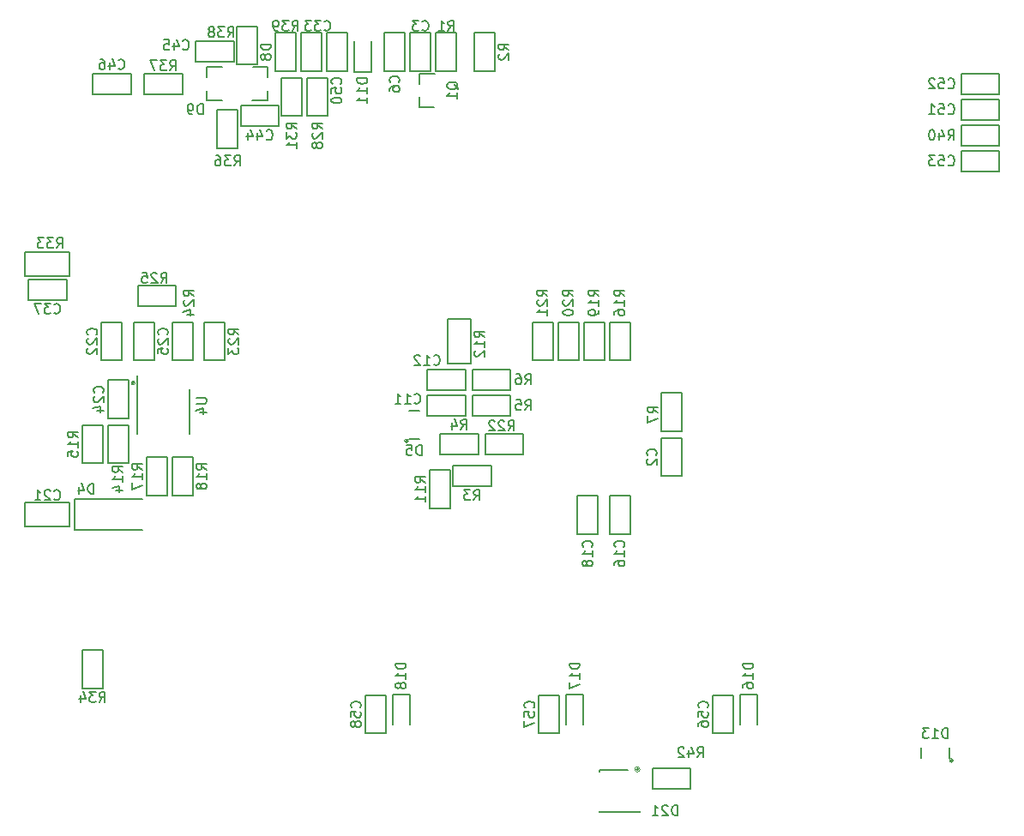
<source format=gbo>
G04 #@! TF.GenerationSoftware,KiCad,Pcbnew,(5.1.6)-1*
G04 #@! TF.CreationDate,2021-04-11T16:08:57+02:00*
G04 #@! TF.ProjectId,wall-sensor-of-room-temperature,77616c6c-2d73-4656-9e73-6f722d6f662d,rev?*
G04 #@! TF.SameCoordinates,Original*
G04 #@! TF.FileFunction,Legend,Bot*
G04 #@! TF.FilePolarity,Positive*
%FSLAX46Y46*%
G04 Gerber Fmt 4.6, Leading zero omitted, Abs format (unit mm)*
G04 Created by KiCad (PCBNEW (5.1.6)-1) date 2021-04-11 16:08:57*
%MOMM*%
%LPD*%
G01*
G04 APERTURE LIST*
%ADD10C,0.120000*%
%ADD11C,0.170000*%
%ADD12R,0.400000X0.900000*%
%ADD13R,0.900000X0.400000*%
%ADD14R,0.500000X1.700000*%
%ADD15C,0.150000*%
%ADD16C,2.300000*%
%ADD17R,1.400000X1.100000*%
%ADD18C,3.300000*%
%ADD19O,1.800000X1.800000*%
%ADD20R,1.800000X1.800000*%
%ADD21R,2.300000X0.900000*%
%ADD22R,1.150000X1.600000*%
%ADD23C,1.750000*%
%ADD24C,3.400000*%
%ADD25C,1.950000*%
%ADD26C,3.100000*%
%ADD27C,3.600000*%
%ADD28R,1.400000X1.600000*%
%ADD29R,1.600000X1.400000*%
%ADD30R,0.900000X0.900000*%
%ADD31R,2.600000X2.600000*%
G04 APERTURE END LIST*
D10*
X131826000Y-142367000D02*
G75*
G03*
X131826000Y-142367000I-63500J0D01*
G01*
X131889500Y-142367000D02*
G75*
G03*
X131889500Y-142367000I-127000J0D01*
G01*
X131953000Y-142367000D02*
G75*
G03*
X131953000Y-142367000I-190500J0D01*
G01*
D11*
X131572000Y-141795500D02*
X131572000Y-142113000D01*
X131572000Y-141097000D02*
X131572000Y-141795500D01*
X128778000Y-141097000D02*
X128778000Y-142113000D01*
D10*
X78041500Y-110807500D02*
G75*
G03*
X78041500Y-110807500I-63500J0D01*
G01*
X78105000Y-110807500D02*
G75*
G03*
X78105000Y-110807500I-127000J0D01*
G01*
X78168500Y-110807500D02*
G75*
G03*
X78168500Y-110807500I-190500J0D01*
G01*
D11*
X78549500Y-110617000D02*
X78232000Y-110617000D01*
X79248000Y-110617000D02*
X78549500Y-110617000D01*
X79248000Y-107823000D02*
X78232000Y-107823000D01*
D10*
X51054000Y-105092500D02*
G75*
G03*
X51054000Y-105092500I-63500J0D01*
G01*
X51117500Y-105092500D02*
G75*
G03*
X51117500Y-105092500I-127000J0D01*
G01*
X51181000Y-105092500D02*
G75*
G03*
X51181000Y-105092500I-190500J0D01*
G01*
D11*
X56585000Y-107950000D02*
X56585000Y-110150000D01*
X51365000Y-107950000D02*
X51365000Y-110150000D01*
X56585000Y-107950000D02*
X56585000Y-105750000D01*
X51365000Y-107950000D02*
X51365000Y-104350000D01*
X64262000Y-77216000D02*
X62738000Y-77216000D01*
X64262000Y-73914000D02*
X64260000Y-74915000D01*
X64260000Y-77216000D02*
X64260000Y-76215000D01*
X64260000Y-73914000D02*
X62800000Y-73914000D01*
X97070000Y-143335000D02*
X97070000Y-143446500D01*
X97070000Y-147383500D02*
X97070000Y-147495000D01*
X101050000Y-147495000D02*
X97070000Y-147495000D01*
X101050000Y-147383500D02*
X101050000Y-147495000D01*
X99822000Y-143335000D02*
X97070000Y-143335000D01*
D10*
X101028500Y-143241010D02*
G75*
G03*
X101028500Y-143241010I-254000J0D01*
G01*
X100916490Y-143241010D02*
G75*
G03*
X100916490Y-143241010I-141990J0D01*
G01*
X100838000Y-143241010D02*
G75*
G03*
X100838000Y-143241010I-63500J0D01*
G01*
D11*
X106020000Y-145161000D02*
X106020000Y-143129000D01*
X102260000Y-145161000D02*
X102260000Y-143129000D01*
X106020000Y-143129000D02*
X102260000Y-143129000D01*
X106020000Y-145161000D02*
X102260000Y-145161000D01*
X132740000Y-79629000D02*
X132740000Y-81661000D01*
X136500000Y-79629000D02*
X136500000Y-81661000D01*
X132740000Y-81661000D02*
X136500000Y-81661000D01*
X132740000Y-79629000D02*
X136500000Y-79629000D01*
X65024000Y-74270000D02*
X67056000Y-74270000D01*
X65024000Y-70510000D02*
X67056000Y-70510000D01*
X67056000Y-74270000D02*
X67056000Y-70510000D01*
X65024000Y-74270000D02*
X65024000Y-70510000D01*
X61214000Y-73635000D02*
X63246000Y-73635000D01*
X61214000Y-69875000D02*
X63246000Y-69875000D01*
X63246000Y-73635000D02*
X63246000Y-69875000D01*
X61214000Y-73635000D02*
X61214000Y-69875000D01*
X55855000Y-76581000D02*
X55855000Y-74549000D01*
X52095000Y-76581000D02*
X52095000Y-74549000D01*
X55855000Y-74549000D02*
X52095000Y-74549000D01*
X55855000Y-76581000D02*
X52095000Y-76581000D01*
X59309000Y-81890000D02*
X61341000Y-81890000D01*
X59309000Y-78130000D02*
X61341000Y-78130000D01*
X61341000Y-81890000D02*
X61341000Y-78130000D01*
X59309000Y-81890000D02*
X59309000Y-78130000D01*
X45974000Y-135230000D02*
X48006000Y-135230000D01*
X45974000Y-131470000D02*
X48006000Y-131470000D01*
X48006000Y-135230000D02*
X48006000Y-131470000D01*
X45974000Y-135230000D02*
X45974000Y-131470000D01*
X40345000Y-92165000D02*
X40345000Y-94525000D01*
X44745000Y-92165000D02*
X40345000Y-92165000D01*
X44745000Y-94525000D02*
X44745000Y-92165000D01*
X40345000Y-94525000D02*
X44745000Y-94525000D01*
X65659000Y-78715000D02*
X67691000Y-78715000D01*
X65659000Y-74955000D02*
X67691000Y-74955000D01*
X67691000Y-78715000D02*
X67691000Y-74955000D01*
X65659000Y-78715000D02*
X65659000Y-74955000D01*
X70231000Y-74955000D02*
X68199000Y-74955000D01*
X70231000Y-78715000D02*
X68199000Y-78715000D01*
X68199000Y-74955000D02*
X68199000Y-78715000D01*
X70231000Y-74955000D02*
X70231000Y-78715000D01*
X55220000Y-97536000D02*
X55220000Y-95504000D01*
X51460000Y-97536000D02*
X51460000Y-95504000D01*
X55220000Y-95504000D02*
X51460000Y-95504000D01*
X55220000Y-97536000D02*
X51460000Y-97536000D01*
X54864000Y-102845000D02*
X56896000Y-102845000D01*
X54864000Y-99085000D02*
X56896000Y-99085000D01*
X56896000Y-102845000D02*
X56896000Y-99085000D01*
X54864000Y-102845000D02*
X54864000Y-99085000D01*
X58039000Y-102845000D02*
X60071000Y-102845000D01*
X58039000Y-99085000D02*
X60071000Y-99085000D01*
X60071000Y-102845000D02*
X60071000Y-99085000D01*
X58039000Y-102845000D02*
X58039000Y-99085000D01*
X89510000Y-112141000D02*
X89510000Y-110109000D01*
X85750000Y-112141000D02*
X85750000Y-110109000D01*
X89510000Y-110109000D02*
X85750000Y-110109000D01*
X89510000Y-112141000D02*
X85750000Y-112141000D01*
X92456000Y-99085000D02*
X90424000Y-99085000D01*
X92456000Y-102845000D02*
X90424000Y-102845000D01*
X90424000Y-99085000D02*
X90424000Y-102845000D01*
X92456000Y-99085000D02*
X92456000Y-102845000D01*
X94996000Y-99085000D02*
X92964000Y-99085000D01*
X94996000Y-102845000D02*
X92964000Y-102845000D01*
X92964000Y-99085000D02*
X92964000Y-102845000D01*
X94996000Y-99085000D02*
X94996000Y-102845000D01*
X97536000Y-99085000D02*
X95504000Y-99085000D01*
X97536000Y-102845000D02*
X95504000Y-102845000D01*
X95504000Y-99085000D02*
X95504000Y-102845000D01*
X97536000Y-99085000D02*
X97536000Y-102845000D01*
X56896000Y-112420000D02*
X54864000Y-112420000D01*
X56896000Y-116180000D02*
X54864000Y-116180000D01*
X54864000Y-112420000D02*
X54864000Y-116180000D01*
X56896000Y-112420000D02*
X56896000Y-116180000D01*
X54356000Y-112420000D02*
X52324000Y-112420000D01*
X54356000Y-116180000D02*
X52324000Y-116180000D01*
X52324000Y-112420000D02*
X52324000Y-116180000D01*
X54356000Y-112420000D02*
X54356000Y-116180000D01*
X100076000Y-99085000D02*
X98044000Y-99085000D01*
X100076000Y-102845000D02*
X98044000Y-102845000D01*
X98044000Y-99085000D02*
X98044000Y-102845000D01*
X100076000Y-99085000D02*
X100076000Y-102845000D01*
X45974000Y-113005000D02*
X48006000Y-113005000D01*
X45974000Y-109245000D02*
X48006000Y-109245000D01*
X48006000Y-113005000D02*
X48006000Y-109245000D01*
X45974000Y-113005000D02*
X45974000Y-109245000D01*
X48514000Y-113005000D02*
X50546000Y-113005000D01*
X48514000Y-109245000D02*
X50546000Y-109245000D01*
X50546000Y-113005000D02*
X50546000Y-109245000D01*
X48514000Y-113005000D02*
X48514000Y-109245000D01*
X84365000Y-98765000D02*
X82005000Y-98765000D01*
X84365000Y-103165000D02*
X84365000Y-98765000D01*
X82005000Y-103165000D02*
X84365000Y-103165000D01*
X82005000Y-98765000D02*
X82005000Y-103165000D01*
X80264000Y-117450000D02*
X82296000Y-117450000D01*
X80264000Y-113690000D02*
X82296000Y-113690000D01*
X82296000Y-117450000D02*
X82296000Y-113690000D01*
X80264000Y-117450000D02*
X80264000Y-113690000D01*
X105156000Y-106070000D02*
X103124000Y-106070000D01*
X105156000Y-109830000D02*
X103124000Y-109830000D01*
X103124000Y-106070000D02*
X103124000Y-109830000D01*
X105156000Y-106070000D02*
X105156000Y-109830000D01*
X88240000Y-105791000D02*
X88240000Y-103759000D01*
X84480000Y-105791000D02*
X84480000Y-103759000D01*
X88240000Y-103759000D02*
X84480000Y-103759000D01*
X88240000Y-105791000D02*
X84480000Y-105791000D01*
X88240000Y-108331000D02*
X88240000Y-106299000D01*
X84480000Y-108331000D02*
X84480000Y-106299000D01*
X88240000Y-106299000D02*
X84480000Y-106299000D01*
X88240000Y-108331000D02*
X84480000Y-108331000D01*
X85065000Y-112141000D02*
X85065000Y-110109000D01*
X81305000Y-112141000D02*
X81305000Y-110109000D01*
X85065000Y-110109000D02*
X81305000Y-110109000D01*
X85065000Y-112141000D02*
X81305000Y-112141000D01*
X86335000Y-115316000D02*
X86335000Y-113284000D01*
X82575000Y-115316000D02*
X82575000Y-113284000D01*
X86335000Y-113284000D02*
X82575000Y-113284000D01*
X86335000Y-115316000D02*
X82575000Y-115316000D01*
X86741000Y-70510000D02*
X84709000Y-70510000D01*
X86741000Y-74270000D02*
X84709000Y-74270000D01*
X84709000Y-70510000D02*
X84709000Y-74270000D01*
X86741000Y-70510000D02*
X86741000Y-74270000D01*
X80899000Y-74270000D02*
X82931000Y-74270000D01*
X80899000Y-70510000D02*
X82931000Y-70510000D01*
X82931000Y-74270000D02*
X82931000Y-70510000D01*
X80899000Y-74270000D02*
X80899000Y-70510000D01*
X79248000Y-74549000D02*
X80772000Y-74549000D01*
X79248000Y-77851000D02*
X79250000Y-76850000D01*
X79250000Y-74549000D02*
X79250000Y-75550000D01*
X79250000Y-77851000D02*
X80710000Y-77851000D01*
X76620000Y-135826500D02*
X76620000Y-138845000D01*
X78320000Y-135826500D02*
X78320000Y-138845000D01*
X76620000Y-135826500D02*
X78320000Y-135826500D01*
X93765000Y-135826500D02*
X93765000Y-138845000D01*
X95465000Y-135826500D02*
X95465000Y-138845000D01*
X93765000Y-135826500D02*
X95465000Y-135826500D01*
X110910000Y-135826500D02*
X110910000Y-138845000D01*
X112610000Y-135826500D02*
X112610000Y-138845000D01*
X110910000Y-135826500D02*
X112610000Y-135826500D01*
X74510000Y-74358500D02*
X74510000Y-71340000D01*
X72810000Y-74358500D02*
X72810000Y-71340000D01*
X74510000Y-74358500D02*
X72810000Y-74358500D01*
X58293000Y-73914000D02*
X59817000Y-73914000D01*
X58293000Y-77216000D02*
X58295000Y-76215000D01*
X58295000Y-73914000D02*
X58295000Y-74915000D01*
X58295000Y-77216000D02*
X59755000Y-77216000D01*
X45250100Y-119634000D02*
X51943000Y-119634000D01*
X45250100Y-116586000D02*
X51943000Y-116586000D01*
X45250100Y-116586000D02*
X45250100Y-119634000D01*
X75946000Y-139675000D02*
X73914000Y-139675000D01*
X73914000Y-135915000D02*
X73914000Y-139675000D01*
X75946000Y-135915000D02*
X73914000Y-135915000D01*
X75946000Y-135915000D02*
X75946000Y-139675000D01*
X93091000Y-139675000D02*
X91059000Y-139675000D01*
X91059000Y-135915000D02*
X91059000Y-139675000D01*
X93091000Y-135915000D02*
X91059000Y-135915000D01*
X93091000Y-135915000D02*
X93091000Y-139675000D01*
X110236000Y-139675000D02*
X108204000Y-139675000D01*
X108204000Y-135915000D02*
X108204000Y-139675000D01*
X110236000Y-135915000D02*
X108204000Y-135915000D01*
X110236000Y-135915000D02*
X110236000Y-139675000D01*
X136500000Y-82169000D02*
X136500000Y-84201000D01*
X132740000Y-84201000D02*
X136500000Y-84201000D01*
X132740000Y-82169000D02*
X132740000Y-84201000D01*
X132740000Y-82169000D02*
X136500000Y-82169000D01*
X136500000Y-74549000D02*
X136500000Y-76581000D01*
X132740000Y-76581000D02*
X136500000Y-76581000D01*
X132740000Y-74549000D02*
X132740000Y-76581000D01*
X132740000Y-74549000D02*
X136500000Y-74549000D01*
X136500000Y-77089000D02*
X136500000Y-79121000D01*
X132740000Y-79121000D02*
X136500000Y-79121000D01*
X132740000Y-77089000D02*
X132740000Y-79121000D01*
X132740000Y-77089000D02*
X136500000Y-77089000D01*
X70104000Y-70510000D02*
X72136000Y-70510000D01*
X72136000Y-74270000D02*
X72136000Y-70510000D01*
X70104000Y-74270000D02*
X72136000Y-74270000D01*
X70104000Y-74270000D02*
X70104000Y-70510000D01*
X47015000Y-76581000D02*
X47015000Y-74549000D01*
X50775000Y-74549000D02*
X47015000Y-74549000D01*
X50775000Y-76581000D02*
X50775000Y-74549000D01*
X50775000Y-76581000D02*
X47015000Y-76581000D01*
X60935000Y-71374000D02*
X60935000Y-73406000D01*
X57175000Y-73406000D02*
X60935000Y-73406000D01*
X57175000Y-71374000D02*
X57175000Y-73406000D01*
X57175000Y-71374000D02*
X60935000Y-71374000D01*
X61620000Y-79756000D02*
X61620000Y-77724000D01*
X65380000Y-77724000D02*
X61620000Y-77724000D01*
X65380000Y-79756000D02*
X65380000Y-77724000D01*
X65380000Y-79756000D02*
X61620000Y-79756000D01*
X44425000Y-94869000D02*
X44425000Y-96901000D01*
X40665000Y-96901000D02*
X44425000Y-96901000D01*
X40665000Y-94869000D02*
X40665000Y-96901000D01*
X40665000Y-94869000D02*
X44425000Y-94869000D01*
X67564000Y-70510000D02*
X69596000Y-70510000D01*
X69596000Y-74270000D02*
X69596000Y-70510000D01*
X67564000Y-74270000D02*
X69596000Y-74270000D01*
X67564000Y-74270000D02*
X67564000Y-70510000D01*
X51054000Y-99085000D02*
X53086000Y-99085000D01*
X53086000Y-102845000D02*
X53086000Y-99085000D01*
X51054000Y-102845000D02*
X53086000Y-102845000D01*
X51054000Y-102845000D02*
X51054000Y-99085000D01*
X50546000Y-108560000D02*
X48514000Y-108560000D01*
X48514000Y-104800000D02*
X48514000Y-108560000D01*
X50546000Y-104800000D02*
X48514000Y-104800000D01*
X50546000Y-104800000D02*
X50546000Y-108560000D01*
X49911000Y-102845000D02*
X47879000Y-102845000D01*
X47879000Y-99085000D02*
X47879000Y-102845000D01*
X49911000Y-99085000D02*
X47879000Y-99085000D01*
X49911000Y-99085000D02*
X49911000Y-102845000D01*
X44745000Y-119290000D02*
X44745000Y-116930000D01*
X40345000Y-116930000D02*
X40345000Y-119290000D01*
X44745000Y-116930000D02*
X40345000Y-116930000D01*
X40345000Y-119290000D02*
X44745000Y-119290000D01*
X96901000Y-119990000D02*
X94869000Y-119990000D01*
X94869000Y-116230000D02*
X94869000Y-119990000D01*
X96901000Y-116230000D02*
X94869000Y-116230000D01*
X96901000Y-116230000D02*
X96901000Y-119990000D01*
X100076000Y-119990000D02*
X98044000Y-119990000D01*
X98044000Y-116230000D02*
X98044000Y-119990000D01*
X100076000Y-116230000D02*
X98044000Y-116230000D01*
X100076000Y-116230000D02*
X100076000Y-119990000D01*
X80035000Y-105791000D02*
X80035000Y-103759000D01*
X83795000Y-103759000D02*
X80035000Y-103759000D01*
X83795000Y-105791000D02*
X83795000Y-103759000D01*
X83795000Y-105791000D02*
X80035000Y-105791000D01*
X80035000Y-108331000D02*
X80035000Y-106299000D01*
X83795000Y-106299000D02*
X80035000Y-106299000D01*
X83795000Y-108331000D02*
X83795000Y-106299000D01*
X83795000Y-108331000D02*
X80035000Y-108331000D01*
X75819000Y-70510000D02*
X77851000Y-70510000D01*
X77851000Y-74270000D02*
X77851000Y-70510000D01*
X75819000Y-74270000D02*
X77851000Y-74270000D01*
X75819000Y-74270000D02*
X75819000Y-70510000D01*
X78359000Y-70510000D02*
X80391000Y-70510000D01*
X80391000Y-74270000D02*
X80391000Y-70510000D01*
X78359000Y-74270000D02*
X80391000Y-74270000D01*
X78359000Y-74270000D02*
X78359000Y-70510000D01*
X105156000Y-114275000D02*
X103124000Y-114275000D01*
X103124000Y-110515000D02*
X103124000Y-114275000D01*
X105156000Y-110515000D02*
X103124000Y-110515000D01*
X105156000Y-110515000D02*
X105156000Y-114275000D01*
X131389285Y-140152380D02*
X131389285Y-139152380D01*
X131151190Y-139152380D01*
X131008333Y-139200000D01*
X130913095Y-139295238D01*
X130865476Y-139390476D01*
X130817857Y-139580952D01*
X130817857Y-139723809D01*
X130865476Y-139914285D01*
X130913095Y-140009523D01*
X131008333Y-140104761D01*
X131151190Y-140152380D01*
X131389285Y-140152380D01*
X129865476Y-140152380D02*
X130436904Y-140152380D01*
X130151190Y-140152380D02*
X130151190Y-139152380D01*
X130246428Y-139295238D01*
X130341666Y-139390476D01*
X130436904Y-139438095D01*
X129532142Y-139152380D02*
X128913095Y-139152380D01*
X129246428Y-139533333D01*
X129103571Y-139533333D01*
X129008333Y-139580952D01*
X128960714Y-139628571D01*
X128913095Y-139723809D01*
X128913095Y-139961904D01*
X128960714Y-140057142D01*
X129008333Y-140104761D01*
X129103571Y-140152380D01*
X129389285Y-140152380D01*
X129484523Y-140104761D01*
X129532142Y-140057142D01*
X79478095Y-112212380D02*
X79478095Y-111212380D01*
X79240000Y-111212380D01*
X79097142Y-111260000D01*
X79001904Y-111355238D01*
X78954285Y-111450476D01*
X78906666Y-111640952D01*
X78906666Y-111783809D01*
X78954285Y-111974285D01*
X79001904Y-112069523D01*
X79097142Y-112164761D01*
X79240000Y-112212380D01*
X79478095Y-112212380D01*
X78001904Y-111212380D02*
X78478095Y-111212380D01*
X78525714Y-111688571D01*
X78478095Y-111640952D01*
X78382857Y-111593333D01*
X78144761Y-111593333D01*
X78049523Y-111640952D01*
X78001904Y-111688571D01*
X77954285Y-111783809D01*
X77954285Y-112021904D01*
X78001904Y-112117142D01*
X78049523Y-112164761D01*
X78144761Y-112212380D01*
X78382857Y-112212380D01*
X78478095Y-112164761D01*
X78525714Y-112117142D01*
X57237380Y-106553095D02*
X58046904Y-106553095D01*
X58142142Y-106600714D01*
X58189761Y-106648333D01*
X58237380Y-106743571D01*
X58237380Y-106934047D01*
X58189761Y-107029285D01*
X58142142Y-107076904D01*
X58046904Y-107124523D01*
X57237380Y-107124523D01*
X57570714Y-108029285D02*
X58237380Y-108029285D01*
X57189761Y-107791190D02*
X57904047Y-107553095D01*
X57904047Y-108172142D01*
X64587380Y-71651904D02*
X63587380Y-71651904D01*
X63587380Y-71890000D01*
X63635000Y-72032857D01*
X63730238Y-72128095D01*
X63825476Y-72175714D01*
X64015952Y-72223333D01*
X64158809Y-72223333D01*
X64349285Y-72175714D01*
X64444523Y-72128095D01*
X64539761Y-72032857D01*
X64587380Y-71890000D01*
X64587380Y-71651904D01*
X64015952Y-72794761D02*
X63968333Y-72699523D01*
X63920714Y-72651904D01*
X63825476Y-72604285D01*
X63777857Y-72604285D01*
X63682619Y-72651904D01*
X63635000Y-72699523D01*
X63587380Y-72794761D01*
X63587380Y-72985238D01*
X63635000Y-73080476D01*
X63682619Y-73128095D01*
X63777857Y-73175714D01*
X63825476Y-73175714D01*
X63920714Y-73128095D01*
X63968333Y-73080476D01*
X64015952Y-72985238D01*
X64015952Y-72794761D01*
X64063571Y-72699523D01*
X64111190Y-72651904D01*
X64206428Y-72604285D01*
X64396904Y-72604285D01*
X64492142Y-72651904D01*
X64539761Y-72699523D01*
X64587380Y-72794761D01*
X64587380Y-72985238D01*
X64539761Y-73080476D01*
X64492142Y-73128095D01*
X64396904Y-73175714D01*
X64206428Y-73175714D01*
X64111190Y-73128095D01*
X64063571Y-73080476D01*
X64015952Y-72985238D01*
X104719285Y-147772380D02*
X104719285Y-146772380D01*
X104481190Y-146772380D01*
X104338333Y-146820000D01*
X104243095Y-146915238D01*
X104195476Y-147010476D01*
X104147857Y-147200952D01*
X104147857Y-147343809D01*
X104195476Y-147534285D01*
X104243095Y-147629523D01*
X104338333Y-147724761D01*
X104481190Y-147772380D01*
X104719285Y-147772380D01*
X103766904Y-146867619D02*
X103719285Y-146820000D01*
X103624047Y-146772380D01*
X103385952Y-146772380D01*
X103290714Y-146820000D01*
X103243095Y-146867619D01*
X103195476Y-146962857D01*
X103195476Y-147058095D01*
X103243095Y-147200952D01*
X103814523Y-147772380D01*
X103195476Y-147772380D01*
X102243095Y-147772380D02*
X102814523Y-147772380D01*
X102528809Y-147772380D02*
X102528809Y-146772380D01*
X102624047Y-146915238D01*
X102719285Y-147010476D01*
X102814523Y-147058095D01*
X106687857Y-142057380D02*
X107021190Y-141581190D01*
X107259285Y-142057380D02*
X107259285Y-141057380D01*
X106878333Y-141057380D01*
X106783095Y-141105000D01*
X106735476Y-141152619D01*
X106687857Y-141247857D01*
X106687857Y-141390714D01*
X106735476Y-141485952D01*
X106783095Y-141533571D01*
X106878333Y-141581190D01*
X107259285Y-141581190D01*
X105830714Y-141390714D02*
X105830714Y-142057380D01*
X106068809Y-141009761D02*
X106306904Y-141724047D01*
X105687857Y-141724047D01*
X105354523Y-141152619D02*
X105306904Y-141105000D01*
X105211666Y-141057380D01*
X104973571Y-141057380D01*
X104878333Y-141105000D01*
X104830714Y-141152619D01*
X104783095Y-141247857D01*
X104783095Y-141343095D01*
X104830714Y-141485952D01*
X105402142Y-142057380D01*
X104783095Y-142057380D01*
X131452857Y-81097380D02*
X131786190Y-80621190D01*
X132024285Y-81097380D02*
X132024285Y-80097380D01*
X131643333Y-80097380D01*
X131548095Y-80145000D01*
X131500476Y-80192619D01*
X131452857Y-80287857D01*
X131452857Y-80430714D01*
X131500476Y-80525952D01*
X131548095Y-80573571D01*
X131643333Y-80621190D01*
X132024285Y-80621190D01*
X130595714Y-80430714D02*
X130595714Y-81097380D01*
X130833809Y-80049761D02*
X131071904Y-80764047D01*
X130452857Y-80764047D01*
X129881428Y-80097380D02*
X129786190Y-80097380D01*
X129690952Y-80145000D01*
X129643333Y-80192619D01*
X129595714Y-80287857D01*
X129548095Y-80478333D01*
X129548095Y-80716428D01*
X129595714Y-80906904D01*
X129643333Y-81002142D01*
X129690952Y-81049761D01*
X129786190Y-81097380D01*
X129881428Y-81097380D01*
X129976666Y-81049761D01*
X130024285Y-81002142D01*
X130071904Y-80906904D01*
X130119523Y-80716428D01*
X130119523Y-80478333D01*
X130071904Y-80287857D01*
X130024285Y-80192619D01*
X129976666Y-80145000D01*
X129881428Y-80097380D01*
X66682857Y-70302380D02*
X67016190Y-69826190D01*
X67254285Y-70302380D02*
X67254285Y-69302380D01*
X66873333Y-69302380D01*
X66778095Y-69350000D01*
X66730476Y-69397619D01*
X66682857Y-69492857D01*
X66682857Y-69635714D01*
X66730476Y-69730952D01*
X66778095Y-69778571D01*
X66873333Y-69826190D01*
X67254285Y-69826190D01*
X66349523Y-69302380D02*
X65730476Y-69302380D01*
X66063809Y-69683333D01*
X65920952Y-69683333D01*
X65825714Y-69730952D01*
X65778095Y-69778571D01*
X65730476Y-69873809D01*
X65730476Y-70111904D01*
X65778095Y-70207142D01*
X65825714Y-70254761D01*
X65920952Y-70302380D01*
X66206666Y-70302380D01*
X66301904Y-70254761D01*
X66349523Y-70207142D01*
X65254285Y-70302380D02*
X65063809Y-70302380D01*
X64968571Y-70254761D01*
X64920952Y-70207142D01*
X64825714Y-70064285D01*
X64778095Y-69873809D01*
X64778095Y-69492857D01*
X64825714Y-69397619D01*
X64873333Y-69350000D01*
X64968571Y-69302380D01*
X65159047Y-69302380D01*
X65254285Y-69350000D01*
X65301904Y-69397619D01*
X65349523Y-69492857D01*
X65349523Y-69730952D01*
X65301904Y-69826190D01*
X65254285Y-69873809D01*
X65159047Y-69921428D01*
X64968571Y-69921428D01*
X64873333Y-69873809D01*
X64825714Y-69826190D01*
X64778095Y-69730952D01*
X60332857Y-70937380D02*
X60666190Y-70461190D01*
X60904285Y-70937380D02*
X60904285Y-69937380D01*
X60523333Y-69937380D01*
X60428095Y-69985000D01*
X60380476Y-70032619D01*
X60332857Y-70127857D01*
X60332857Y-70270714D01*
X60380476Y-70365952D01*
X60428095Y-70413571D01*
X60523333Y-70461190D01*
X60904285Y-70461190D01*
X59999523Y-69937380D02*
X59380476Y-69937380D01*
X59713809Y-70318333D01*
X59570952Y-70318333D01*
X59475714Y-70365952D01*
X59428095Y-70413571D01*
X59380476Y-70508809D01*
X59380476Y-70746904D01*
X59428095Y-70842142D01*
X59475714Y-70889761D01*
X59570952Y-70937380D01*
X59856666Y-70937380D01*
X59951904Y-70889761D01*
X59999523Y-70842142D01*
X58809047Y-70365952D02*
X58904285Y-70318333D01*
X58951904Y-70270714D01*
X58999523Y-70175476D01*
X58999523Y-70127857D01*
X58951904Y-70032619D01*
X58904285Y-69985000D01*
X58809047Y-69937380D01*
X58618571Y-69937380D01*
X58523333Y-69985000D01*
X58475714Y-70032619D01*
X58428095Y-70127857D01*
X58428095Y-70175476D01*
X58475714Y-70270714D01*
X58523333Y-70318333D01*
X58618571Y-70365952D01*
X58809047Y-70365952D01*
X58904285Y-70413571D01*
X58951904Y-70461190D01*
X58999523Y-70556428D01*
X58999523Y-70746904D01*
X58951904Y-70842142D01*
X58904285Y-70889761D01*
X58809047Y-70937380D01*
X58618571Y-70937380D01*
X58523333Y-70889761D01*
X58475714Y-70842142D01*
X58428095Y-70746904D01*
X58428095Y-70556428D01*
X58475714Y-70461190D01*
X58523333Y-70413571D01*
X58618571Y-70365952D01*
X54617857Y-74239380D02*
X54951190Y-73763190D01*
X55189285Y-74239380D02*
X55189285Y-73239380D01*
X54808333Y-73239380D01*
X54713095Y-73287000D01*
X54665476Y-73334619D01*
X54617857Y-73429857D01*
X54617857Y-73572714D01*
X54665476Y-73667952D01*
X54713095Y-73715571D01*
X54808333Y-73763190D01*
X55189285Y-73763190D01*
X54284523Y-73239380D02*
X53665476Y-73239380D01*
X53998809Y-73620333D01*
X53855952Y-73620333D01*
X53760714Y-73667952D01*
X53713095Y-73715571D01*
X53665476Y-73810809D01*
X53665476Y-74048904D01*
X53713095Y-74144142D01*
X53760714Y-74191761D01*
X53855952Y-74239380D01*
X54141666Y-74239380D01*
X54236904Y-74191761D01*
X54284523Y-74144142D01*
X53332142Y-73239380D02*
X52665476Y-73239380D01*
X53094047Y-74239380D01*
X60967857Y-83637380D02*
X61301190Y-83161190D01*
X61539285Y-83637380D02*
X61539285Y-82637380D01*
X61158333Y-82637380D01*
X61063095Y-82685000D01*
X61015476Y-82732619D01*
X60967857Y-82827857D01*
X60967857Y-82970714D01*
X61015476Y-83065952D01*
X61063095Y-83113571D01*
X61158333Y-83161190D01*
X61539285Y-83161190D01*
X60634523Y-82637380D02*
X60015476Y-82637380D01*
X60348809Y-83018333D01*
X60205952Y-83018333D01*
X60110714Y-83065952D01*
X60063095Y-83113571D01*
X60015476Y-83208809D01*
X60015476Y-83446904D01*
X60063095Y-83542142D01*
X60110714Y-83589761D01*
X60205952Y-83637380D01*
X60491666Y-83637380D01*
X60586904Y-83589761D01*
X60634523Y-83542142D01*
X59158333Y-82637380D02*
X59348809Y-82637380D01*
X59444047Y-82685000D01*
X59491666Y-82732619D01*
X59586904Y-82875476D01*
X59634523Y-83065952D01*
X59634523Y-83446904D01*
X59586904Y-83542142D01*
X59539285Y-83589761D01*
X59444047Y-83637380D01*
X59253571Y-83637380D01*
X59158333Y-83589761D01*
X59110714Y-83542142D01*
X59063095Y-83446904D01*
X59063095Y-83208809D01*
X59110714Y-83113571D01*
X59158333Y-83065952D01*
X59253571Y-83018333D01*
X59444047Y-83018333D01*
X59539285Y-83065952D01*
X59586904Y-83113571D01*
X59634523Y-83208809D01*
X47632857Y-136596380D02*
X47966190Y-136120190D01*
X48204285Y-136596380D02*
X48204285Y-135596380D01*
X47823333Y-135596380D01*
X47728095Y-135644000D01*
X47680476Y-135691619D01*
X47632857Y-135786857D01*
X47632857Y-135929714D01*
X47680476Y-136024952D01*
X47728095Y-136072571D01*
X47823333Y-136120190D01*
X48204285Y-136120190D01*
X47299523Y-135596380D02*
X46680476Y-135596380D01*
X47013809Y-135977333D01*
X46870952Y-135977333D01*
X46775714Y-136024952D01*
X46728095Y-136072571D01*
X46680476Y-136167809D01*
X46680476Y-136405904D01*
X46728095Y-136501142D01*
X46775714Y-136548761D01*
X46870952Y-136596380D01*
X47156666Y-136596380D01*
X47251904Y-136548761D01*
X47299523Y-136501142D01*
X45823333Y-135929714D02*
X45823333Y-136596380D01*
X46061428Y-135548761D02*
X46299523Y-136263047D01*
X45680476Y-136263047D01*
X43441857Y-91765380D02*
X43775190Y-91289190D01*
X44013285Y-91765380D02*
X44013285Y-90765380D01*
X43632333Y-90765380D01*
X43537095Y-90813000D01*
X43489476Y-90860619D01*
X43441857Y-90955857D01*
X43441857Y-91098714D01*
X43489476Y-91193952D01*
X43537095Y-91241571D01*
X43632333Y-91289190D01*
X44013285Y-91289190D01*
X43108523Y-90765380D02*
X42489476Y-90765380D01*
X42822809Y-91146333D01*
X42679952Y-91146333D01*
X42584714Y-91193952D01*
X42537095Y-91241571D01*
X42489476Y-91336809D01*
X42489476Y-91574904D01*
X42537095Y-91670142D01*
X42584714Y-91717761D01*
X42679952Y-91765380D01*
X42965666Y-91765380D01*
X43060904Y-91717761D01*
X43108523Y-91670142D01*
X42156142Y-90765380D02*
X41537095Y-90765380D01*
X41870428Y-91146333D01*
X41727571Y-91146333D01*
X41632333Y-91193952D01*
X41584714Y-91241571D01*
X41537095Y-91336809D01*
X41537095Y-91574904D01*
X41584714Y-91670142D01*
X41632333Y-91717761D01*
X41727571Y-91765380D01*
X42013285Y-91765380D01*
X42108523Y-91717761D01*
X42156142Y-91670142D01*
X67127380Y-80002142D02*
X66651190Y-79668809D01*
X67127380Y-79430714D02*
X66127380Y-79430714D01*
X66127380Y-79811666D01*
X66175000Y-79906904D01*
X66222619Y-79954523D01*
X66317857Y-80002142D01*
X66460714Y-80002142D01*
X66555952Y-79954523D01*
X66603571Y-79906904D01*
X66651190Y-79811666D01*
X66651190Y-79430714D01*
X66127380Y-80335476D02*
X66127380Y-80954523D01*
X66508333Y-80621190D01*
X66508333Y-80764047D01*
X66555952Y-80859285D01*
X66603571Y-80906904D01*
X66698809Y-80954523D01*
X66936904Y-80954523D01*
X67032142Y-80906904D01*
X67079761Y-80859285D01*
X67127380Y-80764047D01*
X67127380Y-80478333D01*
X67079761Y-80383095D01*
X67032142Y-80335476D01*
X67127380Y-81906904D02*
X67127380Y-81335476D01*
X67127380Y-81621190D02*
X66127380Y-81621190D01*
X66270238Y-81525952D01*
X66365476Y-81430714D01*
X66413095Y-81335476D01*
X69667380Y-80002142D02*
X69191190Y-79668809D01*
X69667380Y-79430714D02*
X68667380Y-79430714D01*
X68667380Y-79811666D01*
X68715000Y-79906904D01*
X68762619Y-79954523D01*
X68857857Y-80002142D01*
X69000714Y-80002142D01*
X69095952Y-79954523D01*
X69143571Y-79906904D01*
X69191190Y-79811666D01*
X69191190Y-79430714D01*
X68762619Y-80383095D02*
X68715000Y-80430714D01*
X68667380Y-80525952D01*
X68667380Y-80764047D01*
X68715000Y-80859285D01*
X68762619Y-80906904D01*
X68857857Y-80954523D01*
X68953095Y-80954523D01*
X69095952Y-80906904D01*
X69667380Y-80335476D01*
X69667380Y-80954523D01*
X69095952Y-81525952D02*
X69048333Y-81430714D01*
X69000714Y-81383095D01*
X68905476Y-81335476D01*
X68857857Y-81335476D01*
X68762619Y-81383095D01*
X68715000Y-81430714D01*
X68667380Y-81525952D01*
X68667380Y-81716428D01*
X68715000Y-81811666D01*
X68762619Y-81859285D01*
X68857857Y-81906904D01*
X68905476Y-81906904D01*
X69000714Y-81859285D01*
X69048333Y-81811666D01*
X69095952Y-81716428D01*
X69095952Y-81525952D01*
X69143571Y-81430714D01*
X69191190Y-81383095D01*
X69286428Y-81335476D01*
X69476904Y-81335476D01*
X69572142Y-81383095D01*
X69619761Y-81430714D01*
X69667380Y-81525952D01*
X69667380Y-81716428D01*
X69619761Y-81811666D01*
X69572142Y-81859285D01*
X69476904Y-81906904D01*
X69286428Y-81906904D01*
X69191190Y-81859285D01*
X69143571Y-81811666D01*
X69095952Y-81716428D01*
X53728857Y-95194380D02*
X54062190Y-94718190D01*
X54300285Y-95194380D02*
X54300285Y-94194380D01*
X53919333Y-94194380D01*
X53824095Y-94242000D01*
X53776476Y-94289619D01*
X53728857Y-94384857D01*
X53728857Y-94527714D01*
X53776476Y-94622952D01*
X53824095Y-94670571D01*
X53919333Y-94718190D01*
X54300285Y-94718190D01*
X53347904Y-94289619D02*
X53300285Y-94242000D01*
X53205047Y-94194380D01*
X52966952Y-94194380D01*
X52871714Y-94242000D01*
X52824095Y-94289619D01*
X52776476Y-94384857D01*
X52776476Y-94480095D01*
X52824095Y-94622952D01*
X53395523Y-95194380D01*
X52776476Y-95194380D01*
X51871714Y-94194380D02*
X52347904Y-94194380D01*
X52395523Y-94670571D01*
X52347904Y-94622952D01*
X52252666Y-94575333D01*
X52014571Y-94575333D01*
X51919333Y-94622952D01*
X51871714Y-94670571D01*
X51824095Y-94765809D01*
X51824095Y-95003904D01*
X51871714Y-95099142D01*
X51919333Y-95146761D01*
X52014571Y-95194380D01*
X52252666Y-95194380D01*
X52347904Y-95146761D01*
X52395523Y-95099142D01*
X56967380Y-96512142D02*
X56491190Y-96178809D01*
X56967380Y-95940714D02*
X55967380Y-95940714D01*
X55967380Y-96321666D01*
X56015000Y-96416904D01*
X56062619Y-96464523D01*
X56157857Y-96512142D01*
X56300714Y-96512142D01*
X56395952Y-96464523D01*
X56443571Y-96416904D01*
X56491190Y-96321666D01*
X56491190Y-95940714D01*
X56062619Y-96893095D02*
X56015000Y-96940714D01*
X55967380Y-97035952D01*
X55967380Y-97274047D01*
X56015000Y-97369285D01*
X56062619Y-97416904D01*
X56157857Y-97464523D01*
X56253095Y-97464523D01*
X56395952Y-97416904D01*
X56967380Y-96845476D01*
X56967380Y-97464523D01*
X56300714Y-98321666D02*
X56967380Y-98321666D01*
X55919761Y-98083571D02*
X56634047Y-97845476D01*
X56634047Y-98464523D01*
X61412380Y-100322142D02*
X60936190Y-99988809D01*
X61412380Y-99750714D02*
X60412380Y-99750714D01*
X60412380Y-100131666D01*
X60460000Y-100226904D01*
X60507619Y-100274523D01*
X60602857Y-100322142D01*
X60745714Y-100322142D01*
X60840952Y-100274523D01*
X60888571Y-100226904D01*
X60936190Y-100131666D01*
X60936190Y-99750714D01*
X60507619Y-100703095D02*
X60460000Y-100750714D01*
X60412380Y-100845952D01*
X60412380Y-101084047D01*
X60460000Y-101179285D01*
X60507619Y-101226904D01*
X60602857Y-101274523D01*
X60698095Y-101274523D01*
X60840952Y-101226904D01*
X61412380Y-100655476D01*
X61412380Y-101274523D01*
X60412380Y-101607857D02*
X60412380Y-102226904D01*
X60793333Y-101893571D01*
X60793333Y-102036428D01*
X60840952Y-102131666D01*
X60888571Y-102179285D01*
X60983809Y-102226904D01*
X61221904Y-102226904D01*
X61317142Y-102179285D01*
X61364761Y-102131666D01*
X61412380Y-102036428D01*
X61412380Y-101750714D01*
X61364761Y-101655476D01*
X61317142Y-101607857D01*
X88018857Y-109799380D02*
X88352190Y-109323190D01*
X88590285Y-109799380D02*
X88590285Y-108799380D01*
X88209333Y-108799380D01*
X88114095Y-108847000D01*
X88066476Y-108894619D01*
X88018857Y-108989857D01*
X88018857Y-109132714D01*
X88066476Y-109227952D01*
X88114095Y-109275571D01*
X88209333Y-109323190D01*
X88590285Y-109323190D01*
X87637904Y-108894619D02*
X87590285Y-108847000D01*
X87495047Y-108799380D01*
X87256952Y-108799380D01*
X87161714Y-108847000D01*
X87114095Y-108894619D01*
X87066476Y-108989857D01*
X87066476Y-109085095D01*
X87114095Y-109227952D01*
X87685523Y-109799380D01*
X87066476Y-109799380D01*
X86685523Y-108894619D02*
X86637904Y-108847000D01*
X86542666Y-108799380D01*
X86304571Y-108799380D01*
X86209333Y-108847000D01*
X86161714Y-108894619D01*
X86114095Y-108989857D01*
X86114095Y-109085095D01*
X86161714Y-109227952D01*
X86733142Y-109799380D01*
X86114095Y-109799380D01*
X91892380Y-96512142D02*
X91416190Y-96178809D01*
X91892380Y-95940714D02*
X90892380Y-95940714D01*
X90892380Y-96321666D01*
X90940000Y-96416904D01*
X90987619Y-96464523D01*
X91082857Y-96512142D01*
X91225714Y-96512142D01*
X91320952Y-96464523D01*
X91368571Y-96416904D01*
X91416190Y-96321666D01*
X91416190Y-95940714D01*
X90987619Y-96893095D02*
X90940000Y-96940714D01*
X90892380Y-97035952D01*
X90892380Y-97274047D01*
X90940000Y-97369285D01*
X90987619Y-97416904D01*
X91082857Y-97464523D01*
X91178095Y-97464523D01*
X91320952Y-97416904D01*
X91892380Y-96845476D01*
X91892380Y-97464523D01*
X91892380Y-98416904D02*
X91892380Y-97845476D01*
X91892380Y-98131190D02*
X90892380Y-98131190D01*
X91035238Y-98035952D01*
X91130476Y-97940714D01*
X91178095Y-97845476D01*
X94432380Y-96512142D02*
X93956190Y-96178809D01*
X94432380Y-95940714D02*
X93432380Y-95940714D01*
X93432380Y-96321666D01*
X93480000Y-96416904D01*
X93527619Y-96464523D01*
X93622857Y-96512142D01*
X93765714Y-96512142D01*
X93860952Y-96464523D01*
X93908571Y-96416904D01*
X93956190Y-96321666D01*
X93956190Y-95940714D01*
X93527619Y-96893095D02*
X93480000Y-96940714D01*
X93432380Y-97035952D01*
X93432380Y-97274047D01*
X93480000Y-97369285D01*
X93527619Y-97416904D01*
X93622857Y-97464523D01*
X93718095Y-97464523D01*
X93860952Y-97416904D01*
X94432380Y-96845476D01*
X94432380Y-97464523D01*
X93432380Y-98083571D02*
X93432380Y-98178809D01*
X93480000Y-98274047D01*
X93527619Y-98321666D01*
X93622857Y-98369285D01*
X93813333Y-98416904D01*
X94051428Y-98416904D01*
X94241904Y-98369285D01*
X94337142Y-98321666D01*
X94384761Y-98274047D01*
X94432380Y-98178809D01*
X94432380Y-98083571D01*
X94384761Y-97988333D01*
X94337142Y-97940714D01*
X94241904Y-97893095D01*
X94051428Y-97845476D01*
X93813333Y-97845476D01*
X93622857Y-97893095D01*
X93527619Y-97940714D01*
X93480000Y-97988333D01*
X93432380Y-98083571D01*
X96972380Y-96512142D02*
X96496190Y-96178809D01*
X96972380Y-95940714D02*
X95972380Y-95940714D01*
X95972380Y-96321666D01*
X96020000Y-96416904D01*
X96067619Y-96464523D01*
X96162857Y-96512142D01*
X96305714Y-96512142D01*
X96400952Y-96464523D01*
X96448571Y-96416904D01*
X96496190Y-96321666D01*
X96496190Y-95940714D01*
X96972380Y-97464523D02*
X96972380Y-96893095D01*
X96972380Y-97178809D02*
X95972380Y-97178809D01*
X96115238Y-97083571D01*
X96210476Y-96988333D01*
X96258095Y-96893095D01*
X96972380Y-97940714D02*
X96972380Y-98131190D01*
X96924761Y-98226428D01*
X96877142Y-98274047D01*
X96734285Y-98369285D01*
X96543809Y-98416904D01*
X96162857Y-98416904D01*
X96067619Y-98369285D01*
X96020000Y-98321666D01*
X95972380Y-98226428D01*
X95972380Y-98035952D01*
X96020000Y-97940714D01*
X96067619Y-97893095D01*
X96162857Y-97845476D01*
X96400952Y-97845476D01*
X96496190Y-97893095D01*
X96543809Y-97940714D01*
X96591428Y-98035952D01*
X96591428Y-98226428D01*
X96543809Y-98321666D01*
X96496190Y-98369285D01*
X96400952Y-98416904D01*
X58237380Y-113657142D02*
X57761190Y-113323809D01*
X58237380Y-113085714D02*
X57237380Y-113085714D01*
X57237380Y-113466666D01*
X57285000Y-113561904D01*
X57332619Y-113609523D01*
X57427857Y-113657142D01*
X57570714Y-113657142D01*
X57665952Y-113609523D01*
X57713571Y-113561904D01*
X57761190Y-113466666D01*
X57761190Y-113085714D01*
X58237380Y-114609523D02*
X58237380Y-114038095D01*
X58237380Y-114323809D02*
X57237380Y-114323809D01*
X57380238Y-114228571D01*
X57475476Y-114133333D01*
X57523095Y-114038095D01*
X57665952Y-115180952D02*
X57618333Y-115085714D01*
X57570714Y-115038095D01*
X57475476Y-114990476D01*
X57427857Y-114990476D01*
X57332619Y-115038095D01*
X57285000Y-115085714D01*
X57237380Y-115180952D01*
X57237380Y-115371428D01*
X57285000Y-115466666D01*
X57332619Y-115514285D01*
X57427857Y-115561904D01*
X57475476Y-115561904D01*
X57570714Y-115514285D01*
X57618333Y-115466666D01*
X57665952Y-115371428D01*
X57665952Y-115180952D01*
X57713571Y-115085714D01*
X57761190Y-115038095D01*
X57856428Y-114990476D01*
X58046904Y-114990476D01*
X58142142Y-115038095D01*
X58189761Y-115085714D01*
X58237380Y-115180952D01*
X58237380Y-115371428D01*
X58189761Y-115466666D01*
X58142142Y-115514285D01*
X58046904Y-115561904D01*
X57856428Y-115561904D01*
X57761190Y-115514285D01*
X57713571Y-115466666D01*
X57665952Y-115371428D01*
X51887380Y-113657142D02*
X51411190Y-113323809D01*
X51887380Y-113085714D02*
X50887380Y-113085714D01*
X50887380Y-113466666D01*
X50935000Y-113561904D01*
X50982619Y-113609523D01*
X51077857Y-113657142D01*
X51220714Y-113657142D01*
X51315952Y-113609523D01*
X51363571Y-113561904D01*
X51411190Y-113466666D01*
X51411190Y-113085714D01*
X51887380Y-114609523D02*
X51887380Y-114038095D01*
X51887380Y-114323809D02*
X50887380Y-114323809D01*
X51030238Y-114228571D01*
X51125476Y-114133333D01*
X51173095Y-114038095D01*
X50887380Y-114942857D02*
X50887380Y-115609523D01*
X51887380Y-115180952D01*
X99512380Y-96512142D02*
X99036190Y-96178809D01*
X99512380Y-95940714D02*
X98512380Y-95940714D01*
X98512380Y-96321666D01*
X98560000Y-96416904D01*
X98607619Y-96464523D01*
X98702857Y-96512142D01*
X98845714Y-96512142D01*
X98940952Y-96464523D01*
X98988571Y-96416904D01*
X99036190Y-96321666D01*
X99036190Y-95940714D01*
X99512380Y-97464523D02*
X99512380Y-96893095D01*
X99512380Y-97178809D02*
X98512380Y-97178809D01*
X98655238Y-97083571D01*
X98750476Y-96988333D01*
X98798095Y-96893095D01*
X98512380Y-98321666D02*
X98512380Y-98131190D01*
X98560000Y-98035952D01*
X98607619Y-97988333D01*
X98750476Y-97893095D01*
X98940952Y-97845476D01*
X99321904Y-97845476D01*
X99417142Y-97893095D01*
X99464761Y-97940714D01*
X99512380Y-98035952D01*
X99512380Y-98226428D01*
X99464761Y-98321666D01*
X99417142Y-98369285D01*
X99321904Y-98416904D01*
X99083809Y-98416904D01*
X98988571Y-98369285D01*
X98940952Y-98321666D01*
X98893333Y-98226428D01*
X98893333Y-98035952D01*
X98940952Y-97940714D01*
X98988571Y-97893095D01*
X99083809Y-97845476D01*
X45537380Y-110482142D02*
X45061190Y-110148809D01*
X45537380Y-109910714D02*
X44537380Y-109910714D01*
X44537380Y-110291666D01*
X44585000Y-110386904D01*
X44632619Y-110434523D01*
X44727857Y-110482142D01*
X44870714Y-110482142D01*
X44965952Y-110434523D01*
X45013571Y-110386904D01*
X45061190Y-110291666D01*
X45061190Y-109910714D01*
X45537380Y-111434523D02*
X45537380Y-110863095D01*
X45537380Y-111148809D02*
X44537380Y-111148809D01*
X44680238Y-111053571D01*
X44775476Y-110958333D01*
X44823095Y-110863095D01*
X44537380Y-112339285D02*
X44537380Y-111863095D01*
X45013571Y-111815476D01*
X44965952Y-111863095D01*
X44918333Y-111958333D01*
X44918333Y-112196428D01*
X44965952Y-112291666D01*
X45013571Y-112339285D01*
X45108809Y-112386904D01*
X45346904Y-112386904D01*
X45442142Y-112339285D01*
X45489761Y-112291666D01*
X45537380Y-112196428D01*
X45537380Y-111958333D01*
X45489761Y-111863095D01*
X45442142Y-111815476D01*
X49982380Y-113911142D02*
X49506190Y-113577809D01*
X49982380Y-113339714D02*
X48982380Y-113339714D01*
X48982380Y-113720666D01*
X49030000Y-113815904D01*
X49077619Y-113863523D01*
X49172857Y-113911142D01*
X49315714Y-113911142D01*
X49410952Y-113863523D01*
X49458571Y-113815904D01*
X49506190Y-113720666D01*
X49506190Y-113339714D01*
X49982380Y-114863523D02*
X49982380Y-114292095D01*
X49982380Y-114577809D02*
X48982380Y-114577809D01*
X49125238Y-114482571D01*
X49220476Y-114387333D01*
X49268095Y-114292095D01*
X49315714Y-115720666D02*
X49982380Y-115720666D01*
X48934761Y-115482571D02*
X49649047Y-115244476D01*
X49649047Y-115863523D01*
X85669380Y-100576142D02*
X85193190Y-100242809D01*
X85669380Y-100004714D02*
X84669380Y-100004714D01*
X84669380Y-100385666D01*
X84717000Y-100480904D01*
X84764619Y-100528523D01*
X84859857Y-100576142D01*
X85002714Y-100576142D01*
X85097952Y-100528523D01*
X85145571Y-100480904D01*
X85193190Y-100385666D01*
X85193190Y-100004714D01*
X85669380Y-101528523D02*
X85669380Y-100957095D01*
X85669380Y-101242809D02*
X84669380Y-101242809D01*
X84812238Y-101147571D01*
X84907476Y-101052333D01*
X84955095Y-100957095D01*
X84764619Y-101909476D02*
X84717000Y-101957095D01*
X84669380Y-102052333D01*
X84669380Y-102290428D01*
X84717000Y-102385666D01*
X84764619Y-102433285D01*
X84859857Y-102480904D01*
X84955095Y-102480904D01*
X85097952Y-102433285D01*
X85669380Y-101861857D01*
X85669380Y-102480904D01*
X79827380Y-114927142D02*
X79351190Y-114593809D01*
X79827380Y-114355714D02*
X78827380Y-114355714D01*
X78827380Y-114736666D01*
X78875000Y-114831904D01*
X78922619Y-114879523D01*
X79017857Y-114927142D01*
X79160714Y-114927142D01*
X79255952Y-114879523D01*
X79303571Y-114831904D01*
X79351190Y-114736666D01*
X79351190Y-114355714D01*
X79827380Y-115879523D02*
X79827380Y-115308095D01*
X79827380Y-115593809D02*
X78827380Y-115593809D01*
X78970238Y-115498571D01*
X79065476Y-115403333D01*
X79113095Y-115308095D01*
X79827380Y-116831904D02*
X79827380Y-116260476D01*
X79827380Y-116546190D02*
X78827380Y-116546190D01*
X78970238Y-116450952D01*
X79065476Y-116355714D01*
X79113095Y-116260476D01*
X102814380Y-108037333D02*
X102338190Y-107704000D01*
X102814380Y-107465904D02*
X101814380Y-107465904D01*
X101814380Y-107846857D01*
X101862000Y-107942095D01*
X101909619Y-107989714D01*
X102004857Y-108037333D01*
X102147714Y-108037333D01*
X102242952Y-107989714D01*
X102290571Y-107942095D01*
X102338190Y-107846857D01*
X102338190Y-107465904D01*
X101814380Y-108370666D02*
X101814380Y-109037333D01*
X102814380Y-108608761D01*
X89701666Y-105227380D02*
X90035000Y-104751190D01*
X90273095Y-105227380D02*
X90273095Y-104227380D01*
X89892142Y-104227380D01*
X89796904Y-104275000D01*
X89749285Y-104322619D01*
X89701666Y-104417857D01*
X89701666Y-104560714D01*
X89749285Y-104655952D01*
X89796904Y-104703571D01*
X89892142Y-104751190D01*
X90273095Y-104751190D01*
X88844523Y-104227380D02*
X89035000Y-104227380D01*
X89130238Y-104275000D01*
X89177857Y-104322619D01*
X89273095Y-104465476D01*
X89320714Y-104655952D01*
X89320714Y-105036904D01*
X89273095Y-105132142D01*
X89225476Y-105179761D01*
X89130238Y-105227380D01*
X88939761Y-105227380D01*
X88844523Y-105179761D01*
X88796904Y-105132142D01*
X88749285Y-105036904D01*
X88749285Y-104798809D01*
X88796904Y-104703571D01*
X88844523Y-104655952D01*
X88939761Y-104608333D01*
X89130238Y-104608333D01*
X89225476Y-104655952D01*
X89273095Y-104703571D01*
X89320714Y-104798809D01*
X89701666Y-107767380D02*
X90035000Y-107291190D01*
X90273095Y-107767380D02*
X90273095Y-106767380D01*
X89892142Y-106767380D01*
X89796904Y-106815000D01*
X89749285Y-106862619D01*
X89701666Y-106957857D01*
X89701666Y-107100714D01*
X89749285Y-107195952D01*
X89796904Y-107243571D01*
X89892142Y-107291190D01*
X90273095Y-107291190D01*
X88796904Y-106767380D02*
X89273095Y-106767380D01*
X89320714Y-107243571D01*
X89273095Y-107195952D01*
X89177857Y-107148333D01*
X88939761Y-107148333D01*
X88844523Y-107195952D01*
X88796904Y-107243571D01*
X88749285Y-107338809D01*
X88749285Y-107576904D01*
X88796904Y-107672142D01*
X88844523Y-107719761D01*
X88939761Y-107767380D01*
X89177857Y-107767380D01*
X89273095Y-107719761D01*
X89320714Y-107672142D01*
X83351666Y-109672380D02*
X83685000Y-109196190D01*
X83923095Y-109672380D02*
X83923095Y-108672380D01*
X83542142Y-108672380D01*
X83446904Y-108720000D01*
X83399285Y-108767619D01*
X83351666Y-108862857D01*
X83351666Y-109005714D01*
X83399285Y-109100952D01*
X83446904Y-109148571D01*
X83542142Y-109196190D01*
X83923095Y-109196190D01*
X82494523Y-109005714D02*
X82494523Y-109672380D01*
X82732619Y-108624761D02*
X82970714Y-109339047D01*
X82351666Y-109339047D01*
X84621666Y-116657380D02*
X84955000Y-116181190D01*
X85193095Y-116657380D02*
X85193095Y-115657380D01*
X84812142Y-115657380D01*
X84716904Y-115705000D01*
X84669285Y-115752619D01*
X84621666Y-115847857D01*
X84621666Y-115990714D01*
X84669285Y-116085952D01*
X84716904Y-116133571D01*
X84812142Y-116181190D01*
X85193095Y-116181190D01*
X84288333Y-115657380D02*
X83669285Y-115657380D01*
X84002619Y-116038333D01*
X83859761Y-116038333D01*
X83764523Y-116085952D01*
X83716904Y-116133571D01*
X83669285Y-116228809D01*
X83669285Y-116466904D01*
X83716904Y-116562142D01*
X83764523Y-116609761D01*
X83859761Y-116657380D01*
X84145476Y-116657380D01*
X84240714Y-116609761D01*
X84288333Y-116562142D01*
X88082380Y-72223333D02*
X87606190Y-71890000D01*
X88082380Y-71651904D02*
X87082380Y-71651904D01*
X87082380Y-72032857D01*
X87130000Y-72128095D01*
X87177619Y-72175714D01*
X87272857Y-72223333D01*
X87415714Y-72223333D01*
X87510952Y-72175714D01*
X87558571Y-72128095D01*
X87606190Y-72032857D01*
X87606190Y-71651904D01*
X87177619Y-72604285D02*
X87130000Y-72651904D01*
X87082380Y-72747142D01*
X87082380Y-72985238D01*
X87130000Y-73080476D01*
X87177619Y-73128095D01*
X87272857Y-73175714D01*
X87368095Y-73175714D01*
X87510952Y-73128095D01*
X88082380Y-72556666D01*
X88082380Y-73175714D01*
X82081666Y-70302380D02*
X82415000Y-69826190D01*
X82653095Y-70302380D02*
X82653095Y-69302380D01*
X82272142Y-69302380D01*
X82176904Y-69350000D01*
X82129285Y-69397619D01*
X82081666Y-69492857D01*
X82081666Y-69635714D01*
X82129285Y-69730952D01*
X82176904Y-69778571D01*
X82272142Y-69826190D01*
X82653095Y-69826190D01*
X81129285Y-70302380D02*
X81700714Y-70302380D01*
X81415000Y-70302380D02*
X81415000Y-69302380D01*
X81510238Y-69445238D01*
X81605476Y-69540476D01*
X81700714Y-69588095D01*
X83097619Y-76104761D02*
X83050000Y-76009523D01*
X82954761Y-75914285D01*
X82811904Y-75771428D01*
X82764285Y-75676190D01*
X82764285Y-75580952D01*
X83002380Y-75628571D02*
X82954761Y-75533333D01*
X82859523Y-75438095D01*
X82669047Y-75390476D01*
X82335714Y-75390476D01*
X82145238Y-75438095D01*
X82050000Y-75533333D01*
X82002380Y-75628571D01*
X82002380Y-75819047D01*
X82050000Y-75914285D01*
X82145238Y-76009523D01*
X82335714Y-76057142D01*
X82669047Y-76057142D01*
X82859523Y-76009523D01*
X82954761Y-75914285D01*
X83002380Y-75819047D01*
X83002380Y-75628571D01*
X83002380Y-77009523D02*
X83002380Y-76438095D01*
X83002380Y-76723809D02*
X82002380Y-76723809D01*
X82145238Y-76628571D01*
X82240476Y-76533333D01*
X82288095Y-76438095D01*
X77922380Y-132770714D02*
X76922380Y-132770714D01*
X76922380Y-133008809D01*
X76970000Y-133151666D01*
X77065238Y-133246904D01*
X77160476Y-133294523D01*
X77350952Y-133342142D01*
X77493809Y-133342142D01*
X77684285Y-133294523D01*
X77779523Y-133246904D01*
X77874761Y-133151666D01*
X77922380Y-133008809D01*
X77922380Y-132770714D01*
X77922380Y-134294523D02*
X77922380Y-133723095D01*
X77922380Y-134008809D02*
X76922380Y-134008809D01*
X77065238Y-133913571D01*
X77160476Y-133818333D01*
X77208095Y-133723095D01*
X77350952Y-134865952D02*
X77303333Y-134770714D01*
X77255714Y-134723095D01*
X77160476Y-134675476D01*
X77112857Y-134675476D01*
X77017619Y-134723095D01*
X76970000Y-134770714D01*
X76922380Y-134865952D01*
X76922380Y-135056428D01*
X76970000Y-135151666D01*
X77017619Y-135199285D01*
X77112857Y-135246904D01*
X77160476Y-135246904D01*
X77255714Y-135199285D01*
X77303333Y-135151666D01*
X77350952Y-135056428D01*
X77350952Y-134865952D01*
X77398571Y-134770714D01*
X77446190Y-134723095D01*
X77541428Y-134675476D01*
X77731904Y-134675476D01*
X77827142Y-134723095D01*
X77874761Y-134770714D01*
X77922380Y-134865952D01*
X77922380Y-135056428D01*
X77874761Y-135151666D01*
X77827142Y-135199285D01*
X77731904Y-135246904D01*
X77541428Y-135246904D01*
X77446190Y-135199285D01*
X77398571Y-135151666D01*
X77350952Y-135056428D01*
X95067380Y-132770714D02*
X94067380Y-132770714D01*
X94067380Y-133008809D01*
X94115000Y-133151666D01*
X94210238Y-133246904D01*
X94305476Y-133294523D01*
X94495952Y-133342142D01*
X94638809Y-133342142D01*
X94829285Y-133294523D01*
X94924523Y-133246904D01*
X95019761Y-133151666D01*
X95067380Y-133008809D01*
X95067380Y-132770714D01*
X95067380Y-134294523D02*
X95067380Y-133723095D01*
X95067380Y-134008809D02*
X94067380Y-134008809D01*
X94210238Y-133913571D01*
X94305476Y-133818333D01*
X94353095Y-133723095D01*
X94067380Y-134627857D02*
X94067380Y-135294523D01*
X95067380Y-134865952D01*
X112212380Y-132770714D02*
X111212380Y-132770714D01*
X111212380Y-133008809D01*
X111260000Y-133151666D01*
X111355238Y-133246904D01*
X111450476Y-133294523D01*
X111640952Y-133342142D01*
X111783809Y-133342142D01*
X111974285Y-133294523D01*
X112069523Y-133246904D01*
X112164761Y-133151666D01*
X112212380Y-133008809D01*
X112212380Y-132770714D01*
X112212380Y-134294523D02*
X112212380Y-133723095D01*
X112212380Y-134008809D02*
X111212380Y-134008809D01*
X111355238Y-133913571D01*
X111450476Y-133818333D01*
X111498095Y-133723095D01*
X111212380Y-135151666D02*
X111212380Y-134961190D01*
X111260000Y-134865952D01*
X111307619Y-134818333D01*
X111450476Y-134723095D01*
X111640952Y-134675476D01*
X112021904Y-134675476D01*
X112117142Y-134723095D01*
X112164761Y-134770714D01*
X112212380Y-134865952D01*
X112212380Y-135056428D01*
X112164761Y-135151666D01*
X112117142Y-135199285D01*
X112021904Y-135246904D01*
X111783809Y-135246904D01*
X111688571Y-135199285D01*
X111640952Y-135151666D01*
X111593333Y-135056428D01*
X111593333Y-134865952D01*
X111640952Y-134770714D01*
X111688571Y-134723095D01*
X111783809Y-134675476D01*
X74112380Y-74985714D02*
X73112380Y-74985714D01*
X73112380Y-75223809D01*
X73160000Y-75366666D01*
X73255238Y-75461904D01*
X73350476Y-75509523D01*
X73540952Y-75557142D01*
X73683809Y-75557142D01*
X73874285Y-75509523D01*
X73969523Y-75461904D01*
X74064761Y-75366666D01*
X74112380Y-75223809D01*
X74112380Y-74985714D01*
X74112380Y-76509523D02*
X74112380Y-75938095D01*
X74112380Y-76223809D02*
X73112380Y-76223809D01*
X73255238Y-76128571D01*
X73350476Y-76033333D01*
X73398095Y-75938095D01*
X74112380Y-77461904D02*
X74112380Y-76890476D01*
X74112380Y-77176190D02*
X73112380Y-77176190D01*
X73255238Y-77080952D01*
X73350476Y-76985714D01*
X73398095Y-76890476D01*
X57888095Y-78557380D02*
X57888095Y-77557380D01*
X57650000Y-77557380D01*
X57507142Y-77605000D01*
X57411904Y-77700238D01*
X57364285Y-77795476D01*
X57316666Y-77985952D01*
X57316666Y-78128809D01*
X57364285Y-78319285D01*
X57411904Y-78414523D01*
X57507142Y-78509761D01*
X57650000Y-78557380D01*
X57888095Y-78557380D01*
X56840476Y-78557380D02*
X56650000Y-78557380D01*
X56554761Y-78509761D01*
X56507142Y-78462142D01*
X56411904Y-78319285D01*
X56364285Y-78128809D01*
X56364285Y-77747857D01*
X56411904Y-77652619D01*
X56459523Y-77605000D01*
X56554761Y-77557380D01*
X56745238Y-77557380D01*
X56840476Y-77605000D01*
X56888095Y-77652619D01*
X56935714Y-77747857D01*
X56935714Y-77985952D01*
X56888095Y-78081190D01*
X56840476Y-78128809D01*
X56745238Y-78176428D01*
X56554761Y-78176428D01*
X56459523Y-78128809D01*
X56411904Y-78081190D01*
X56364285Y-77985952D01*
X47093095Y-116022380D02*
X47093095Y-115022380D01*
X46855000Y-115022380D01*
X46712142Y-115070000D01*
X46616904Y-115165238D01*
X46569285Y-115260476D01*
X46521666Y-115450952D01*
X46521666Y-115593809D01*
X46569285Y-115784285D01*
X46616904Y-115879523D01*
X46712142Y-115974761D01*
X46855000Y-116022380D01*
X47093095Y-116022380D01*
X45664523Y-115355714D02*
X45664523Y-116022380D01*
X45902619Y-114974761D02*
X46140714Y-115689047D01*
X45521666Y-115689047D01*
X73382142Y-137152142D02*
X73429761Y-137104523D01*
X73477380Y-136961666D01*
X73477380Y-136866428D01*
X73429761Y-136723571D01*
X73334523Y-136628333D01*
X73239285Y-136580714D01*
X73048809Y-136533095D01*
X72905952Y-136533095D01*
X72715476Y-136580714D01*
X72620238Y-136628333D01*
X72525000Y-136723571D01*
X72477380Y-136866428D01*
X72477380Y-136961666D01*
X72525000Y-137104523D01*
X72572619Y-137152142D01*
X72477380Y-138056904D02*
X72477380Y-137580714D01*
X72953571Y-137533095D01*
X72905952Y-137580714D01*
X72858333Y-137675952D01*
X72858333Y-137914047D01*
X72905952Y-138009285D01*
X72953571Y-138056904D01*
X73048809Y-138104523D01*
X73286904Y-138104523D01*
X73382142Y-138056904D01*
X73429761Y-138009285D01*
X73477380Y-137914047D01*
X73477380Y-137675952D01*
X73429761Y-137580714D01*
X73382142Y-137533095D01*
X72905952Y-138675952D02*
X72858333Y-138580714D01*
X72810714Y-138533095D01*
X72715476Y-138485476D01*
X72667857Y-138485476D01*
X72572619Y-138533095D01*
X72525000Y-138580714D01*
X72477380Y-138675952D01*
X72477380Y-138866428D01*
X72525000Y-138961666D01*
X72572619Y-139009285D01*
X72667857Y-139056904D01*
X72715476Y-139056904D01*
X72810714Y-139009285D01*
X72858333Y-138961666D01*
X72905952Y-138866428D01*
X72905952Y-138675952D01*
X72953571Y-138580714D01*
X73001190Y-138533095D01*
X73096428Y-138485476D01*
X73286904Y-138485476D01*
X73382142Y-138533095D01*
X73429761Y-138580714D01*
X73477380Y-138675952D01*
X73477380Y-138866428D01*
X73429761Y-138961666D01*
X73382142Y-139009285D01*
X73286904Y-139056904D01*
X73096428Y-139056904D01*
X73001190Y-139009285D01*
X72953571Y-138961666D01*
X72905952Y-138866428D01*
X90527142Y-137152142D02*
X90574761Y-137104523D01*
X90622380Y-136961666D01*
X90622380Y-136866428D01*
X90574761Y-136723571D01*
X90479523Y-136628333D01*
X90384285Y-136580714D01*
X90193809Y-136533095D01*
X90050952Y-136533095D01*
X89860476Y-136580714D01*
X89765238Y-136628333D01*
X89670000Y-136723571D01*
X89622380Y-136866428D01*
X89622380Y-136961666D01*
X89670000Y-137104523D01*
X89717619Y-137152142D01*
X89622380Y-138056904D02*
X89622380Y-137580714D01*
X90098571Y-137533095D01*
X90050952Y-137580714D01*
X90003333Y-137675952D01*
X90003333Y-137914047D01*
X90050952Y-138009285D01*
X90098571Y-138056904D01*
X90193809Y-138104523D01*
X90431904Y-138104523D01*
X90527142Y-138056904D01*
X90574761Y-138009285D01*
X90622380Y-137914047D01*
X90622380Y-137675952D01*
X90574761Y-137580714D01*
X90527142Y-137533095D01*
X89622380Y-138437857D02*
X89622380Y-139104523D01*
X90622380Y-138675952D01*
X107672142Y-137152142D02*
X107719761Y-137104523D01*
X107767380Y-136961666D01*
X107767380Y-136866428D01*
X107719761Y-136723571D01*
X107624523Y-136628333D01*
X107529285Y-136580714D01*
X107338809Y-136533095D01*
X107195952Y-136533095D01*
X107005476Y-136580714D01*
X106910238Y-136628333D01*
X106815000Y-136723571D01*
X106767380Y-136866428D01*
X106767380Y-136961666D01*
X106815000Y-137104523D01*
X106862619Y-137152142D01*
X106767380Y-138056904D02*
X106767380Y-137580714D01*
X107243571Y-137533095D01*
X107195952Y-137580714D01*
X107148333Y-137675952D01*
X107148333Y-137914047D01*
X107195952Y-138009285D01*
X107243571Y-138056904D01*
X107338809Y-138104523D01*
X107576904Y-138104523D01*
X107672142Y-138056904D01*
X107719761Y-138009285D01*
X107767380Y-137914047D01*
X107767380Y-137675952D01*
X107719761Y-137580714D01*
X107672142Y-137533095D01*
X106767380Y-138961666D02*
X106767380Y-138771190D01*
X106815000Y-138675952D01*
X106862619Y-138628333D01*
X107005476Y-138533095D01*
X107195952Y-138485476D01*
X107576904Y-138485476D01*
X107672142Y-138533095D01*
X107719761Y-138580714D01*
X107767380Y-138675952D01*
X107767380Y-138866428D01*
X107719761Y-138961666D01*
X107672142Y-139009285D01*
X107576904Y-139056904D01*
X107338809Y-139056904D01*
X107243571Y-139009285D01*
X107195952Y-138961666D01*
X107148333Y-138866428D01*
X107148333Y-138675952D01*
X107195952Y-138580714D01*
X107243571Y-138533095D01*
X107338809Y-138485476D01*
X131452857Y-83542142D02*
X131500476Y-83589761D01*
X131643333Y-83637380D01*
X131738571Y-83637380D01*
X131881428Y-83589761D01*
X131976666Y-83494523D01*
X132024285Y-83399285D01*
X132071904Y-83208809D01*
X132071904Y-83065952D01*
X132024285Y-82875476D01*
X131976666Y-82780238D01*
X131881428Y-82685000D01*
X131738571Y-82637380D01*
X131643333Y-82637380D01*
X131500476Y-82685000D01*
X131452857Y-82732619D01*
X130548095Y-82637380D02*
X131024285Y-82637380D01*
X131071904Y-83113571D01*
X131024285Y-83065952D01*
X130929047Y-83018333D01*
X130690952Y-83018333D01*
X130595714Y-83065952D01*
X130548095Y-83113571D01*
X130500476Y-83208809D01*
X130500476Y-83446904D01*
X130548095Y-83542142D01*
X130595714Y-83589761D01*
X130690952Y-83637380D01*
X130929047Y-83637380D01*
X131024285Y-83589761D01*
X131071904Y-83542142D01*
X130167142Y-82637380D02*
X129548095Y-82637380D01*
X129881428Y-83018333D01*
X129738571Y-83018333D01*
X129643333Y-83065952D01*
X129595714Y-83113571D01*
X129548095Y-83208809D01*
X129548095Y-83446904D01*
X129595714Y-83542142D01*
X129643333Y-83589761D01*
X129738571Y-83637380D01*
X130024285Y-83637380D01*
X130119523Y-83589761D01*
X130167142Y-83542142D01*
X131452857Y-75922142D02*
X131500476Y-75969761D01*
X131643333Y-76017380D01*
X131738571Y-76017380D01*
X131881428Y-75969761D01*
X131976666Y-75874523D01*
X132024285Y-75779285D01*
X132071904Y-75588809D01*
X132071904Y-75445952D01*
X132024285Y-75255476D01*
X131976666Y-75160238D01*
X131881428Y-75065000D01*
X131738571Y-75017380D01*
X131643333Y-75017380D01*
X131500476Y-75065000D01*
X131452857Y-75112619D01*
X130548095Y-75017380D02*
X131024285Y-75017380D01*
X131071904Y-75493571D01*
X131024285Y-75445952D01*
X130929047Y-75398333D01*
X130690952Y-75398333D01*
X130595714Y-75445952D01*
X130548095Y-75493571D01*
X130500476Y-75588809D01*
X130500476Y-75826904D01*
X130548095Y-75922142D01*
X130595714Y-75969761D01*
X130690952Y-76017380D01*
X130929047Y-76017380D01*
X131024285Y-75969761D01*
X131071904Y-75922142D01*
X130119523Y-75112619D02*
X130071904Y-75065000D01*
X129976666Y-75017380D01*
X129738571Y-75017380D01*
X129643333Y-75065000D01*
X129595714Y-75112619D01*
X129548095Y-75207857D01*
X129548095Y-75303095D01*
X129595714Y-75445952D01*
X130167142Y-76017380D01*
X129548095Y-76017380D01*
X131452857Y-78462142D02*
X131500476Y-78509761D01*
X131643333Y-78557380D01*
X131738571Y-78557380D01*
X131881428Y-78509761D01*
X131976666Y-78414523D01*
X132024285Y-78319285D01*
X132071904Y-78128809D01*
X132071904Y-77985952D01*
X132024285Y-77795476D01*
X131976666Y-77700238D01*
X131881428Y-77605000D01*
X131738571Y-77557380D01*
X131643333Y-77557380D01*
X131500476Y-77605000D01*
X131452857Y-77652619D01*
X130548095Y-77557380D02*
X131024285Y-77557380D01*
X131071904Y-78033571D01*
X131024285Y-77985952D01*
X130929047Y-77938333D01*
X130690952Y-77938333D01*
X130595714Y-77985952D01*
X130548095Y-78033571D01*
X130500476Y-78128809D01*
X130500476Y-78366904D01*
X130548095Y-78462142D01*
X130595714Y-78509761D01*
X130690952Y-78557380D01*
X130929047Y-78557380D01*
X131024285Y-78509761D01*
X131071904Y-78462142D01*
X129548095Y-78557380D02*
X130119523Y-78557380D01*
X129833809Y-78557380D02*
X129833809Y-77557380D01*
X129929047Y-77700238D01*
X130024285Y-77795476D01*
X130119523Y-77843095D01*
X71477142Y-75557142D02*
X71524761Y-75509523D01*
X71572380Y-75366666D01*
X71572380Y-75271428D01*
X71524761Y-75128571D01*
X71429523Y-75033333D01*
X71334285Y-74985714D01*
X71143809Y-74938095D01*
X71000952Y-74938095D01*
X70810476Y-74985714D01*
X70715238Y-75033333D01*
X70620000Y-75128571D01*
X70572380Y-75271428D01*
X70572380Y-75366666D01*
X70620000Y-75509523D01*
X70667619Y-75557142D01*
X70572380Y-76461904D02*
X70572380Y-75985714D01*
X71048571Y-75938095D01*
X71000952Y-75985714D01*
X70953333Y-76080952D01*
X70953333Y-76319047D01*
X71000952Y-76414285D01*
X71048571Y-76461904D01*
X71143809Y-76509523D01*
X71381904Y-76509523D01*
X71477142Y-76461904D01*
X71524761Y-76414285D01*
X71572380Y-76319047D01*
X71572380Y-76080952D01*
X71524761Y-75985714D01*
X71477142Y-75938095D01*
X70572380Y-77128571D02*
X70572380Y-77223809D01*
X70620000Y-77319047D01*
X70667619Y-77366666D01*
X70762857Y-77414285D01*
X70953333Y-77461904D01*
X71191428Y-77461904D01*
X71381904Y-77414285D01*
X71477142Y-77366666D01*
X71524761Y-77319047D01*
X71572380Y-77223809D01*
X71572380Y-77128571D01*
X71524761Y-77033333D01*
X71477142Y-76985714D01*
X71381904Y-76938095D01*
X71191428Y-76890476D01*
X70953333Y-76890476D01*
X70762857Y-76938095D01*
X70667619Y-76985714D01*
X70620000Y-77033333D01*
X70572380Y-77128571D01*
X49537857Y-74017142D02*
X49585476Y-74064761D01*
X49728333Y-74112380D01*
X49823571Y-74112380D01*
X49966428Y-74064761D01*
X50061666Y-73969523D01*
X50109285Y-73874285D01*
X50156904Y-73683809D01*
X50156904Y-73540952D01*
X50109285Y-73350476D01*
X50061666Y-73255238D01*
X49966428Y-73160000D01*
X49823571Y-73112380D01*
X49728333Y-73112380D01*
X49585476Y-73160000D01*
X49537857Y-73207619D01*
X48680714Y-73445714D02*
X48680714Y-74112380D01*
X48918809Y-73064761D02*
X49156904Y-73779047D01*
X48537857Y-73779047D01*
X47728333Y-73112380D02*
X47918809Y-73112380D01*
X48014047Y-73160000D01*
X48061666Y-73207619D01*
X48156904Y-73350476D01*
X48204523Y-73540952D01*
X48204523Y-73921904D01*
X48156904Y-74017142D01*
X48109285Y-74064761D01*
X48014047Y-74112380D01*
X47823571Y-74112380D01*
X47728333Y-74064761D01*
X47680714Y-74017142D01*
X47633095Y-73921904D01*
X47633095Y-73683809D01*
X47680714Y-73588571D01*
X47728333Y-73540952D01*
X47823571Y-73493333D01*
X48014047Y-73493333D01*
X48109285Y-73540952D01*
X48156904Y-73588571D01*
X48204523Y-73683809D01*
X55887857Y-72112142D02*
X55935476Y-72159761D01*
X56078333Y-72207380D01*
X56173571Y-72207380D01*
X56316428Y-72159761D01*
X56411666Y-72064523D01*
X56459285Y-71969285D01*
X56506904Y-71778809D01*
X56506904Y-71635952D01*
X56459285Y-71445476D01*
X56411666Y-71350238D01*
X56316428Y-71255000D01*
X56173571Y-71207380D01*
X56078333Y-71207380D01*
X55935476Y-71255000D01*
X55887857Y-71302619D01*
X55030714Y-71540714D02*
X55030714Y-72207380D01*
X55268809Y-71159761D02*
X55506904Y-71874047D01*
X54887857Y-71874047D01*
X54030714Y-71207380D02*
X54506904Y-71207380D01*
X54554523Y-71683571D01*
X54506904Y-71635952D01*
X54411666Y-71588333D01*
X54173571Y-71588333D01*
X54078333Y-71635952D01*
X54030714Y-71683571D01*
X53983095Y-71778809D01*
X53983095Y-72016904D01*
X54030714Y-72112142D01*
X54078333Y-72159761D01*
X54173571Y-72207380D01*
X54411666Y-72207380D01*
X54506904Y-72159761D01*
X54554523Y-72112142D01*
X64142857Y-81002142D02*
X64190476Y-81049761D01*
X64333333Y-81097380D01*
X64428571Y-81097380D01*
X64571428Y-81049761D01*
X64666666Y-80954523D01*
X64714285Y-80859285D01*
X64761904Y-80668809D01*
X64761904Y-80525952D01*
X64714285Y-80335476D01*
X64666666Y-80240238D01*
X64571428Y-80145000D01*
X64428571Y-80097380D01*
X64333333Y-80097380D01*
X64190476Y-80145000D01*
X64142857Y-80192619D01*
X63285714Y-80430714D02*
X63285714Y-81097380D01*
X63523809Y-80049761D02*
X63761904Y-80764047D01*
X63142857Y-80764047D01*
X62333333Y-80430714D02*
X62333333Y-81097380D01*
X62571428Y-80049761D02*
X62809523Y-80764047D01*
X62190476Y-80764047D01*
X43187857Y-98147142D02*
X43235476Y-98194761D01*
X43378333Y-98242380D01*
X43473571Y-98242380D01*
X43616428Y-98194761D01*
X43711666Y-98099523D01*
X43759285Y-98004285D01*
X43806904Y-97813809D01*
X43806904Y-97670952D01*
X43759285Y-97480476D01*
X43711666Y-97385238D01*
X43616428Y-97290000D01*
X43473571Y-97242380D01*
X43378333Y-97242380D01*
X43235476Y-97290000D01*
X43187857Y-97337619D01*
X42854523Y-97242380D02*
X42235476Y-97242380D01*
X42568809Y-97623333D01*
X42425952Y-97623333D01*
X42330714Y-97670952D01*
X42283095Y-97718571D01*
X42235476Y-97813809D01*
X42235476Y-98051904D01*
X42283095Y-98147142D01*
X42330714Y-98194761D01*
X42425952Y-98242380D01*
X42711666Y-98242380D01*
X42806904Y-98194761D01*
X42854523Y-98147142D01*
X41902142Y-97242380D02*
X41235476Y-97242380D01*
X41664047Y-98242380D01*
X69857857Y-70207142D02*
X69905476Y-70254761D01*
X70048333Y-70302380D01*
X70143571Y-70302380D01*
X70286428Y-70254761D01*
X70381666Y-70159523D01*
X70429285Y-70064285D01*
X70476904Y-69873809D01*
X70476904Y-69730952D01*
X70429285Y-69540476D01*
X70381666Y-69445238D01*
X70286428Y-69350000D01*
X70143571Y-69302380D01*
X70048333Y-69302380D01*
X69905476Y-69350000D01*
X69857857Y-69397619D01*
X69524523Y-69302380D02*
X68905476Y-69302380D01*
X69238809Y-69683333D01*
X69095952Y-69683333D01*
X69000714Y-69730952D01*
X68953095Y-69778571D01*
X68905476Y-69873809D01*
X68905476Y-70111904D01*
X68953095Y-70207142D01*
X69000714Y-70254761D01*
X69095952Y-70302380D01*
X69381666Y-70302380D01*
X69476904Y-70254761D01*
X69524523Y-70207142D01*
X68572142Y-69302380D02*
X67953095Y-69302380D01*
X68286428Y-69683333D01*
X68143571Y-69683333D01*
X68048333Y-69730952D01*
X68000714Y-69778571D01*
X67953095Y-69873809D01*
X67953095Y-70111904D01*
X68000714Y-70207142D01*
X68048333Y-70254761D01*
X68143571Y-70302380D01*
X68429285Y-70302380D01*
X68524523Y-70254761D01*
X68572142Y-70207142D01*
X54332142Y-100322142D02*
X54379761Y-100274523D01*
X54427380Y-100131666D01*
X54427380Y-100036428D01*
X54379761Y-99893571D01*
X54284523Y-99798333D01*
X54189285Y-99750714D01*
X53998809Y-99703095D01*
X53855952Y-99703095D01*
X53665476Y-99750714D01*
X53570238Y-99798333D01*
X53475000Y-99893571D01*
X53427380Y-100036428D01*
X53427380Y-100131666D01*
X53475000Y-100274523D01*
X53522619Y-100322142D01*
X53522619Y-100703095D02*
X53475000Y-100750714D01*
X53427380Y-100845952D01*
X53427380Y-101084047D01*
X53475000Y-101179285D01*
X53522619Y-101226904D01*
X53617857Y-101274523D01*
X53713095Y-101274523D01*
X53855952Y-101226904D01*
X54427380Y-100655476D01*
X54427380Y-101274523D01*
X53427380Y-102179285D02*
X53427380Y-101703095D01*
X53903571Y-101655476D01*
X53855952Y-101703095D01*
X53808333Y-101798333D01*
X53808333Y-102036428D01*
X53855952Y-102131666D01*
X53903571Y-102179285D01*
X53998809Y-102226904D01*
X54236904Y-102226904D01*
X54332142Y-102179285D01*
X54379761Y-102131666D01*
X54427380Y-102036428D01*
X54427380Y-101798333D01*
X54379761Y-101703095D01*
X54332142Y-101655476D01*
X47982142Y-106037142D02*
X48029761Y-105989523D01*
X48077380Y-105846666D01*
X48077380Y-105751428D01*
X48029761Y-105608571D01*
X47934523Y-105513333D01*
X47839285Y-105465714D01*
X47648809Y-105418095D01*
X47505952Y-105418095D01*
X47315476Y-105465714D01*
X47220238Y-105513333D01*
X47125000Y-105608571D01*
X47077380Y-105751428D01*
X47077380Y-105846666D01*
X47125000Y-105989523D01*
X47172619Y-106037142D01*
X47172619Y-106418095D02*
X47125000Y-106465714D01*
X47077380Y-106560952D01*
X47077380Y-106799047D01*
X47125000Y-106894285D01*
X47172619Y-106941904D01*
X47267857Y-106989523D01*
X47363095Y-106989523D01*
X47505952Y-106941904D01*
X48077380Y-106370476D01*
X48077380Y-106989523D01*
X47410714Y-107846666D02*
X48077380Y-107846666D01*
X47029761Y-107608571D02*
X47744047Y-107370476D01*
X47744047Y-107989523D01*
X47347142Y-100322142D02*
X47394761Y-100274523D01*
X47442380Y-100131666D01*
X47442380Y-100036428D01*
X47394761Y-99893571D01*
X47299523Y-99798333D01*
X47204285Y-99750714D01*
X47013809Y-99703095D01*
X46870952Y-99703095D01*
X46680476Y-99750714D01*
X46585238Y-99798333D01*
X46490000Y-99893571D01*
X46442380Y-100036428D01*
X46442380Y-100131666D01*
X46490000Y-100274523D01*
X46537619Y-100322142D01*
X46537619Y-100703095D02*
X46490000Y-100750714D01*
X46442380Y-100845952D01*
X46442380Y-101084047D01*
X46490000Y-101179285D01*
X46537619Y-101226904D01*
X46632857Y-101274523D01*
X46728095Y-101274523D01*
X46870952Y-101226904D01*
X47442380Y-100655476D01*
X47442380Y-101274523D01*
X46537619Y-101655476D02*
X46490000Y-101703095D01*
X46442380Y-101798333D01*
X46442380Y-102036428D01*
X46490000Y-102131666D01*
X46537619Y-102179285D01*
X46632857Y-102226904D01*
X46728095Y-102226904D01*
X46870952Y-102179285D01*
X47442380Y-101607857D01*
X47442380Y-102226904D01*
X43187857Y-116562142D02*
X43235476Y-116609761D01*
X43378333Y-116657380D01*
X43473571Y-116657380D01*
X43616428Y-116609761D01*
X43711666Y-116514523D01*
X43759285Y-116419285D01*
X43806904Y-116228809D01*
X43806904Y-116085952D01*
X43759285Y-115895476D01*
X43711666Y-115800238D01*
X43616428Y-115705000D01*
X43473571Y-115657380D01*
X43378333Y-115657380D01*
X43235476Y-115705000D01*
X43187857Y-115752619D01*
X42806904Y-115752619D02*
X42759285Y-115705000D01*
X42664047Y-115657380D01*
X42425952Y-115657380D01*
X42330714Y-115705000D01*
X42283095Y-115752619D01*
X42235476Y-115847857D01*
X42235476Y-115943095D01*
X42283095Y-116085952D01*
X42854523Y-116657380D01*
X42235476Y-116657380D01*
X41283095Y-116657380D02*
X41854523Y-116657380D01*
X41568809Y-116657380D02*
X41568809Y-115657380D01*
X41664047Y-115800238D01*
X41759285Y-115895476D01*
X41854523Y-115943095D01*
X96242142Y-121277142D02*
X96289761Y-121229523D01*
X96337380Y-121086666D01*
X96337380Y-120991428D01*
X96289761Y-120848571D01*
X96194523Y-120753333D01*
X96099285Y-120705714D01*
X95908809Y-120658095D01*
X95765952Y-120658095D01*
X95575476Y-120705714D01*
X95480238Y-120753333D01*
X95385000Y-120848571D01*
X95337380Y-120991428D01*
X95337380Y-121086666D01*
X95385000Y-121229523D01*
X95432619Y-121277142D01*
X96337380Y-122229523D02*
X96337380Y-121658095D01*
X96337380Y-121943809D02*
X95337380Y-121943809D01*
X95480238Y-121848571D01*
X95575476Y-121753333D01*
X95623095Y-121658095D01*
X95765952Y-122800952D02*
X95718333Y-122705714D01*
X95670714Y-122658095D01*
X95575476Y-122610476D01*
X95527857Y-122610476D01*
X95432619Y-122658095D01*
X95385000Y-122705714D01*
X95337380Y-122800952D01*
X95337380Y-122991428D01*
X95385000Y-123086666D01*
X95432619Y-123134285D01*
X95527857Y-123181904D01*
X95575476Y-123181904D01*
X95670714Y-123134285D01*
X95718333Y-123086666D01*
X95765952Y-122991428D01*
X95765952Y-122800952D01*
X95813571Y-122705714D01*
X95861190Y-122658095D01*
X95956428Y-122610476D01*
X96146904Y-122610476D01*
X96242142Y-122658095D01*
X96289761Y-122705714D01*
X96337380Y-122800952D01*
X96337380Y-122991428D01*
X96289761Y-123086666D01*
X96242142Y-123134285D01*
X96146904Y-123181904D01*
X95956428Y-123181904D01*
X95861190Y-123134285D01*
X95813571Y-123086666D01*
X95765952Y-122991428D01*
X99417142Y-121277142D02*
X99464761Y-121229523D01*
X99512380Y-121086666D01*
X99512380Y-120991428D01*
X99464761Y-120848571D01*
X99369523Y-120753333D01*
X99274285Y-120705714D01*
X99083809Y-120658095D01*
X98940952Y-120658095D01*
X98750476Y-120705714D01*
X98655238Y-120753333D01*
X98560000Y-120848571D01*
X98512380Y-120991428D01*
X98512380Y-121086666D01*
X98560000Y-121229523D01*
X98607619Y-121277142D01*
X99512380Y-122229523D02*
X99512380Y-121658095D01*
X99512380Y-121943809D02*
X98512380Y-121943809D01*
X98655238Y-121848571D01*
X98750476Y-121753333D01*
X98798095Y-121658095D01*
X98512380Y-123086666D02*
X98512380Y-122896190D01*
X98560000Y-122800952D01*
X98607619Y-122753333D01*
X98750476Y-122658095D01*
X98940952Y-122610476D01*
X99321904Y-122610476D01*
X99417142Y-122658095D01*
X99464761Y-122705714D01*
X99512380Y-122800952D01*
X99512380Y-122991428D01*
X99464761Y-123086666D01*
X99417142Y-123134285D01*
X99321904Y-123181904D01*
X99083809Y-123181904D01*
X98988571Y-123134285D01*
X98940952Y-123086666D01*
X98893333Y-122991428D01*
X98893333Y-122800952D01*
X98940952Y-122705714D01*
X98988571Y-122658095D01*
X99083809Y-122610476D01*
X80652857Y-103227142D02*
X80700476Y-103274761D01*
X80843333Y-103322380D01*
X80938571Y-103322380D01*
X81081428Y-103274761D01*
X81176666Y-103179523D01*
X81224285Y-103084285D01*
X81271904Y-102893809D01*
X81271904Y-102750952D01*
X81224285Y-102560476D01*
X81176666Y-102465238D01*
X81081428Y-102370000D01*
X80938571Y-102322380D01*
X80843333Y-102322380D01*
X80700476Y-102370000D01*
X80652857Y-102417619D01*
X79700476Y-103322380D02*
X80271904Y-103322380D01*
X79986190Y-103322380D02*
X79986190Y-102322380D01*
X80081428Y-102465238D01*
X80176666Y-102560476D01*
X80271904Y-102608095D01*
X79319523Y-102417619D02*
X79271904Y-102370000D01*
X79176666Y-102322380D01*
X78938571Y-102322380D01*
X78843333Y-102370000D01*
X78795714Y-102417619D01*
X78748095Y-102512857D01*
X78748095Y-102608095D01*
X78795714Y-102750952D01*
X79367142Y-103322380D01*
X78748095Y-103322380D01*
X78747857Y-107037142D02*
X78795476Y-107084761D01*
X78938333Y-107132380D01*
X79033571Y-107132380D01*
X79176428Y-107084761D01*
X79271666Y-106989523D01*
X79319285Y-106894285D01*
X79366904Y-106703809D01*
X79366904Y-106560952D01*
X79319285Y-106370476D01*
X79271666Y-106275238D01*
X79176428Y-106180000D01*
X79033571Y-106132380D01*
X78938333Y-106132380D01*
X78795476Y-106180000D01*
X78747857Y-106227619D01*
X77795476Y-107132380D02*
X78366904Y-107132380D01*
X78081190Y-107132380D02*
X78081190Y-106132380D01*
X78176428Y-106275238D01*
X78271666Y-106370476D01*
X78366904Y-106418095D01*
X76843095Y-107132380D02*
X77414523Y-107132380D01*
X77128809Y-107132380D02*
X77128809Y-106132380D01*
X77224047Y-106275238D01*
X77319285Y-106370476D01*
X77414523Y-106418095D01*
X77192142Y-75398333D02*
X77239761Y-75350714D01*
X77287380Y-75207857D01*
X77287380Y-75112619D01*
X77239761Y-74969761D01*
X77144523Y-74874523D01*
X77049285Y-74826904D01*
X76858809Y-74779285D01*
X76715952Y-74779285D01*
X76525476Y-74826904D01*
X76430238Y-74874523D01*
X76335000Y-74969761D01*
X76287380Y-75112619D01*
X76287380Y-75207857D01*
X76335000Y-75350714D01*
X76382619Y-75398333D01*
X76287380Y-76255476D02*
X76287380Y-76065000D01*
X76335000Y-75969761D01*
X76382619Y-75922142D01*
X76525476Y-75826904D01*
X76715952Y-75779285D01*
X77096904Y-75779285D01*
X77192142Y-75826904D01*
X77239761Y-75874523D01*
X77287380Y-75969761D01*
X77287380Y-76160238D01*
X77239761Y-76255476D01*
X77192142Y-76303095D01*
X77096904Y-76350714D01*
X76858809Y-76350714D01*
X76763571Y-76303095D01*
X76715952Y-76255476D01*
X76668333Y-76160238D01*
X76668333Y-75969761D01*
X76715952Y-75874523D01*
X76763571Y-75826904D01*
X76858809Y-75779285D01*
X79541666Y-70207142D02*
X79589285Y-70254761D01*
X79732142Y-70302380D01*
X79827380Y-70302380D01*
X79970238Y-70254761D01*
X80065476Y-70159523D01*
X80113095Y-70064285D01*
X80160714Y-69873809D01*
X80160714Y-69730952D01*
X80113095Y-69540476D01*
X80065476Y-69445238D01*
X79970238Y-69350000D01*
X79827380Y-69302380D01*
X79732142Y-69302380D01*
X79589285Y-69350000D01*
X79541666Y-69397619D01*
X79208333Y-69302380D02*
X78589285Y-69302380D01*
X78922619Y-69683333D01*
X78779761Y-69683333D01*
X78684523Y-69730952D01*
X78636904Y-69778571D01*
X78589285Y-69873809D01*
X78589285Y-70111904D01*
X78636904Y-70207142D01*
X78684523Y-70254761D01*
X78779761Y-70302380D01*
X79065476Y-70302380D01*
X79160714Y-70254761D01*
X79208333Y-70207142D01*
X102592142Y-112228333D02*
X102639761Y-112180714D01*
X102687380Y-112037857D01*
X102687380Y-111942619D01*
X102639761Y-111799761D01*
X102544523Y-111704523D01*
X102449285Y-111656904D01*
X102258809Y-111609285D01*
X102115952Y-111609285D01*
X101925476Y-111656904D01*
X101830238Y-111704523D01*
X101735000Y-111799761D01*
X101687380Y-111942619D01*
X101687380Y-112037857D01*
X101735000Y-112180714D01*
X101782619Y-112228333D01*
X101782619Y-112609285D02*
X101735000Y-112656904D01*
X101687380Y-112752142D01*
X101687380Y-112990238D01*
X101735000Y-113085476D01*
X101782619Y-113133095D01*
X101877857Y-113180714D01*
X101973095Y-113180714D01*
X102115952Y-113133095D01*
X102687380Y-112561666D01*
X102687380Y-113180714D01*
%LPC*%
D12*
X129675000Y-142145000D03*
X131175000Y-142145000D03*
X129175000Y-141065000D03*
X129675000Y-141065000D03*
X130175000Y-142145000D03*
X130675000Y-142145000D03*
X129175000Y-142145000D03*
X130175000Y-141065000D03*
X130675000Y-141065000D03*
X131175000Y-141065000D03*
D13*
X78200000Y-108720000D03*
X78200000Y-110220000D03*
X79280000Y-108220000D03*
X79280000Y-108720000D03*
X78200000Y-109220000D03*
X78200000Y-109720000D03*
X78200000Y-108220000D03*
X79280000Y-109220000D03*
X79280000Y-109720000D03*
X79280000Y-110220000D03*
D14*
X54625000Y-105087500D03*
D15*
G36*
X55675000Y-104237500D02*
G01*
X56175000Y-104237500D01*
X56175000Y-105937500D01*
X55675000Y-105937500D01*
X55675000Y-104237500D01*
G37*
D14*
X53975000Y-110812500D03*
X55275000Y-105087500D03*
X53325000Y-105087500D03*
X53325000Y-110812500D03*
X55275000Y-110812500D03*
X52025000Y-105087500D03*
X52675000Y-105087500D03*
X53975000Y-105087500D03*
X54625000Y-110812500D03*
X52675000Y-110812500D03*
X55925000Y-110812500D03*
X52025000Y-110812500D03*
D16*
X59055000Y-155575000D03*
X120015000Y-142240000D03*
D17*
X62500000Y-76515000D03*
X64500000Y-75565000D03*
X62500000Y-74615000D03*
D16*
X41910000Y-134620000D03*
X83185000Y-146050000D03*
D18*
X61000000Y-125720000D03*
X61000000Y-91720000D03*
D16*
X141605000Y-110490000D03*
X141605000Y-155575000D03*
X83185000Y-123825000D03*
X105410000Y-85725000D03*
X64135000Y-99695000D03*
X41275000Y-80010000D03*
D19*
X123515000Y-110910000D03*
X123515000Y-108370000D03*
X123515000Y-98210000D03*
X123515000Y-100750000D03*
X123515000Y-115990000D03*
D20*
X123515000Y-118530000D03*
D19*
X123515000Y-113450000D03*
X123515000Y-105830000D03*
X123515000Y-103290000D03*
D21*
X100787200Y-145415000D03*
X100787200Y-146685000D03*
X100787200Y-144145000D03*
X97332800Y-146685000D03*
X97332800Y-145415000D03*
X97332800Y-144145000D03*
G36*
G01*
X92135000Y-156087500D02*
X92135000Y-155062500D01*
G75*
G02*
X92422500Y-154775000I287500J0D01*
G01*
X92997500Y-154775000D01*
G75*
G02*
X93285000Y-155062500I0J-287500D01*
G01*
X93285000Y-156087500D01*
G75*
G02*
X92997500Y-156375000I-287500J0D01*
G01*
X92422500Y-156375000D01*
G75*
G02*
X92135000Y-156087500I0J287500D01*
G01*
G37*
G36*
G01*
X90865000Y-156087500D02*
X90865000Y-155062500D01*
G75*
G02*
X91152500Y-154775000I287500J0D01*
G01*
X91727500Y-154775000D01*
G75*
G02*
X92015000Y-155062500I0J-287500D01*
G01*
X92015000Y-156087500D01*
G75*
G02*
X91727500Y-156375000I-287500J0D01*
G01*
X91152500Y-156375000D01*
G75*
G02*
X90865000Y-156087500I0J287500D01*
G01*
G37*
D22*
X90170000Y-155575000D03*
D23*
X45721000Y-145415000D03*
X52071000Y-142875000D03*
D24*
X41909000Y-151765000D03*
D23*
X50801000Y-145415000D03*
X44451000Y-142875000D03*
X48261000Y-145415000D03*
X46991000Y-142875000D03*
X49531000Y-142875000D03*
X43181000Y-145415000D03*
D24*
X53341000Y-151765000D03*
D25*
X74295000Y-142320000D03*
X74295000Y-133270000D03*
D26*
X74295000Y-144745000D03*
D27*
X80595000Y-140345000D03*
X80595000Y-135245000D03*
X67995000Y-140345000D03*
X67995000Y-135245000D03*
D25*
X91500000Y-142320000D03*
X91500000Y-133270000D03*
D26*
X91500000Y-144745000D03*
D27*
X97800000Y-140345000D03*
X97800000Y-135245000D03*
X85200000Y-140345000D03*
X85200000Y-135245000D03*
D25*
X108585000Y-142320000D03*
X108585000Y-133270000D03*
D26*
X108585000Y-144745000D03*
D27*
X114885000Y-140345000D03*
X114885000Y-135245000D03*
X102285000Y-140345000D03*
X102285000Y-135245000D03*
D28*
X105110000Y-144145000D03*
X103170000Y-144145000D03*
X133650000Y-80645000D03*
X135590000Y-80645000D03*
D29*
X66040000Y-73360000D03*
X66040000Y-71420000D03*
X62230000Y-72725000D03*
X62230000Y-70785000D03*
D28*
X54945000Y-75565000D03*
X53005000Y-75565000D03*
D29*
X60325000Y-80980000D03*
X60325000Y-79040000D03*
X46990000Y-134320000D03*
X46990000Y-132380000D03*
D15*
G36*
X41975000Y-92395000D02*
G01*
X41975000Y-94295000D01*
X40575000Y-94295000D01*
X40575000Y-92395000D01*
X41975000Y-92395000D01*
G37*
G36*
X44515000Y-92395000D02*
G01*
X44515000Y-94295000D01*
X43115000Y-94295000D01*
X43115000Y-92395000D01*
X44515000Y-92395000D01*
G37*
D29*
X66675000Y-77805000D03*
X66675000Y-75865000D03*
X69215000Y-75865000D03*
X69215000Y-77805000D03*
D28*
X54310000Y-96520000D03*
X52370000Y-96520000D03*
D29*
X55880000Y-101935000D03*
X55880000Y-99995000D03*
X59055000Y-101935000D03*
X59055000Y-99995000D03*
D28*
X88600000Y-111125000D03*
X86660000Y-111125000D03*
D29*
X91440000Y-99995000D03*
X91440000Y-101935000D03*
X93980000Y-99995000D03*
X93980000Y-101935000D03*
X96520000Y-99995000D03*
X96520000Y-101935000D03*
X55880000Y-113330000D03*
X55880000Y-115270000D03*
X53340000Y-113330000D03*
X53340000Y-115270000D03*
X99060000Y-99995000D03*
X99060000Y-101935000D03*
X46990000Y-112095000D03*
X46990000Y-110155000D03*
X49530000Y-112095000D03*
X49530000Y-110155000D03*
D15*
G36*
X84135000Y-100395000D02*
G01*
X82235000Y-100395000D01*
X82235000Y-98995000D01*
X84135000Y-98995000D01*
X84135000Y-100395000D01*
G37*
G36*
X84135000Y-102935000D02*
G01*
X82235000Y-102935000D01*
X82235000Y-101535000D01*
X84135000Y-101535000D01*
X84135000Y-102935000D01*
G37*
D29*
X81280000Y-116540000D03*
X81280000Y-114600000D03*
X104140000Y-106980000D03*
X104140000Y-108920000D03*
D28*
X87330000Y-104775000D03*
X85390000Y-104775000D03*
X87330000Y-107315000D03*
X85390000Y-107315000D03*
X84155000Y-111125000D03*
X82215000Y-111125000D03*
X85425000Y-114300000D03*
X83485000Y-114300000D03*
D29*
X85725000Y-71420000D03*
X85725000Y-73360000D03*
X81915000Y-73360000D03*
X81915000Y-71420000D03*
D17*
X81010000Y-75250000D03*
X79010000Y-76200000D03*
X81010000Y-77150000D03*
D19*
X127635000Y-147955000D03*
X130175000Y-147955000D03*
X130175000Y-145415000D03*
D20*
X127635000Y-145415000D03*
D19*
X132715000Y-147955000D03*
X132715000Y-145415000D03*
D30*
X77470000Y-136525000D03*
X77470000Y-139065000D03*
X94615000Y-136525000D03*
X94615000Y-139065000D03*
X111760000Y-136525000D03*
X111760000Y-139065000D03*
X73660000Y-73660000D03*
X73660000Y-71120000D03*
D17*
X60055000Y-74615000D03*
X58055000Y-75565000D03*
X60055000Y-76515000D03*
D31*
X52280000Y-118110000D03*
X46780000Y-118110000D03*
D29*
X74930000Y-136825000D03*
X74930000Y-138765000D03*
X92075000Y-136825000D03*
X92075000Y-138765000D03*
X109220000Y-136825000D03*
X109220000Y-138765000D03*
D28*
X133650000Y-83185000D03*
X135590000Y-83185000D03*
X133650000Y-75565000D03*
X135590000Y-75565000D03*
X133650000Y-78105000D03*
X135590000Y-78105000D03*
D29*
X71120000Y-73360000D03*
X71120000Y-71420000D03*
D28*
X49865000Y-75565000D03*
X47925000Y-75565000D03*
X58085000Y-72390000D03*
X60025000Y-72390000D03*
X64470000Y-78740000D03*
X62530000Y-78740000D03*
X41575000Y-95885000D03*
X43515000Y-95885000D03*
D29*
X68580000Y-73360000D03*
X68580000Y-71420000D03*
X52070000Y-101935000D03*
X52070000Y-99995000D03*
X49530000Y-105710000D03*
X49530000Y-107650000D03*
X48895000Y-99995000D03*
X48895000Y-101935000D03*
D15*
G36*
X43115000Y-119060000D02*
G01*
X43115000Y-117160000D01*
X44515000Y-117160000D01*
X44515000Y-119060000D01*
X43115000Y-119060000D01*
G37*
G36*
X40575000Y-119060000D02*
G01*
X40575000Y-117160000D01*
X41975000Y-117160000D01*
X41975000Y-119060000D01*
X40575000Y-119060000D01*
G37*
D29*
X95885000Y-117140000D03*
X95885000Y-119080000D03*
X99060000Y-117140000D03*
X99060000Y-119080000D03*
D28*
X82885000Y-104775000D03*
X80945000Y-104775000D03*
X82885000Y-107315000D03*
X80945000Y-107315000D03*
D29*
X76835000Y-73360000D03*
X76835000Y-71420000D03*
X79375000Y-73360000D03*
X79375000Y-71420000D03*
X104140000Y-111425000D03*
X104140000Y-113365000D03*
M02*

</source>
